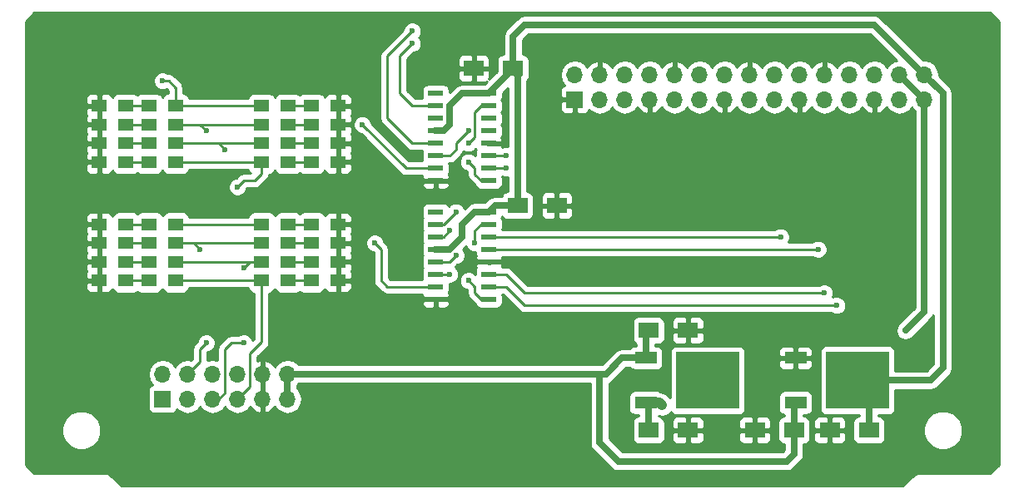
<source format=gbr>
G04 #@! TF.FileFunction,Copper,L1,Top,Signal*
%FSLAX46Y46*%
G04 Gerber Fmt 4.6, Leading zero omitted, Abs format (unit mm)*
G04 Created by KiCad (PCBNEW 4.0.7) date 09/14/18 18:18:36*
%MOMM*%
%LPD*%
G01*
G04 APERTURE LIST*
%ADD10C,0.100000*%
%ADD11R,2.000000X1.600000*%
%ADD12R,1.500000X1.300000*%
%ADD13R,1.700000X1.700000*%
%ADD14O,1.700000X1.700000*%
%ADD15R,1.500000X0.600000*%
%ADD16R,2.200000X1.200000*%
%ADD17R,6.400000X5.800000*%
%ADD18R,3.050000X2.750000*%
%ADD19C,0.600000*%
%ADD20C,0.700000*%
%ADD21C,1.000000*%
%ADD22C,0.250000*%
%ADD23C,0.254000*%
G04 APERTURE END LIST*
D10*
D11*
X148685000Y-151130000D03*
X144685000Y-151130000D03*
X133890000Y-140970000D03*
X137890000Y-140970000D03*
X133890000Y-151130000D03*
X137890000Y-151130000D03*
X156305000Y-151130000D03*
X152305000Y-151130000D03*
D12*
X83105000Y-118110000D03*
X85805000Y-118110000D03*
X83105000Y-120015000D03*
X85805000Y-120015000D03*
X83105000Y-121920000D03*
X85805000Y-121920000D03*
X83105000Y-123825000D03*
X85805000Y-123825000D03*
X83105000Y-130175000D03*
X85805000Y-130175000D03*
X83105000Y-132080000D03*
X85805000Y-132080000D03*
X83105000Y-133985000D03*
X85805000Y-133985000D03*
X83105000Y-135890000D03*
X85805000Y-135890000D03*
D13*
X84455000Y-147955000D03*
D14*
X84455000Y-145415000D03*
X86995000Y-147955000D03*
X86995000Y-145415000D03*
X89535000Y-147955000D03*
X89535000Y-145415000D03*
X92075000Y-147955000D03*
X92075000Y-145415000D03*
X94615000Y-147955000D03*
X94615000Y-145415000D03*
X97155000Y-147955000D03*
X97155000Y-145415000D03*
D15*
X112235000Y-116840000D03*
X112235000Y-118110000D03*
X112235000Y-119380000D03*
X112235000Y-120650000D03*
X112235000Y-121920000D03*
X112235000Y-123190000D03*
X112235000Y-124460000D03*
X112235000Y-125730000D03*
X117635000Y-125730000D03*
X117635000Y-124460000D03*
X117635000Y-123190000D03*
X117635000Y-121920000D03*
X117635000Y-120650000D03*
X117635000Y-119380000D03*
X117635000Y-118110000D03*
X117635000Y-116840000D03*
X112235000Y-128905000D03*
X112235000Y-130175000D03*
X112235000Y-131445000D03*
X112235000Y-132715000D03*
X112235000Y-133985000D03*
X112235000Y-135255000D03*
X112235000Y-136525000D03*
X112235000Y-137795000D03*
X117635000Y-137795000D03*
X117635000Y-136525000D03*
X117635000Y-135255000D03*
X117635000Y-133985000D03*
X117635000Y-132715000D03*
X117635000Y-131445000D03*
X117635000Y-130175000D03*
X117635000Y-128905000D03*
D13*
X126365000Y-117475000D03*
D14*
X126365000Y-114935000D03*
X128905000Y-117475000D03*
X128905000Y-114935000D03*
X131445000Y-117475000D03*
X131445000Y-114935000D03*
X133985000Y-117475000D03*
X133985000Y-114935000D03*
X136525000Y-117475000D03*
X136525000Y-114935000D03*
X139065000Y-117475000D03*
X139065000Y-114935000D03*
X141605000Y-117475000D03*
X141605000Y-114935000D03*
X144145000Y-117475000D03*
X144145000Y-114935000D03*
X146685000Y-117475000D03*
X146685000Y-114935000D03*
X149225000Y-117475000D03*
X149225000Y-114935000D03*
X151765000Y-117475000D03*
X151765000Y-114935000D03*
X154305000Y-117475000D03*
X154305000Y-114935000D03*
X156845000Y-117475000D03*
X156845000Y-114935000D03*
X159385000Y-117475000D03*
X159385000Y-114935000D03*
X161925000Y-117475000D03*
X161925000Y-114935000D03*
D12*
X78025000Y-118110000D03*
X80725000Y-118110000D03*
X78025000Y-120015000D03*
X80725000Y-120015000D03*
X78025000Y-121920000D03*
X80725000Y-121920000D03*
X78025000Y-123825000D03*
X80725000Y-123825000D03*
X78025000Y-130175000D03*
X80725000Y-130175000D03*
X78025000Y-132080000D03*
X80725000Y-132080000D03*
X78025000Y-133985000D03*
X80725000Y-133985000D03*
X78025000Y-135890000D03*
X80725000Y-135890000D03*
X94535000Y-118110000D03*
X97235000Y-118110000D03*
X99615000Y-118110000D03*
X102315000Y-118110000D03*
X94535000Y-130175000D03*
X97235000Y-130175000D03*
X99615000Y-130175000D03*
X102315000Y-130175000D03*
X94535000Y-120015000D03*
X97235000Y-120015000D03*
X99615000Y-120015000D03*
X102315000Y-120015000D03*
X94535000Y-132080000D03*
X97235000Y-132080000D03*
X99615000Y-132080000D03*
X102315000Y-132080000D03*
X94535000Y-121920000D03*
X97235000Y-121920000D03*
X99615000Y-121920000D03*
X102315000Y-121920000D03*
X94535000Y-133985000D03*
X97235000Y-133985000D03*
X99615000Y-133985000D03*
X102315000Y-133985000D03*
X94535000Y-123825000D03*
X97235000Y-123825000D03*
X99615000Y-123825000D03*
X102315000Y-123825000D03*
X94535000Y-135890000D03*
X97235000Y-135890000D03*
X99615000Y-135890000D03*
X102315000Y-135890000D03*
D16*
X133595000Y-143770000D03*
X133595000Y-148330000D03*
D17*
X139895000Y-146050000D03*
D18*
X141570000Y-147575000D03*
X138220000Y-144525000D03*
X141570000Y-144525000D03*
X138220000Y-147575000D03*
D16*
X148835000Y-143770000D03*
X148835000Y-148330000D03*
D17*
X155135000Y-146050000D03*
D18*
X156810000Y-147575000D03*
X153460000Y-144525000D03*
X156810000Y-144525000D03*
X153460000Y-147575000D03*
D11*
X120555000Y-128270000D03*
X124555000Y-128270000D03*
X120110000Y-114300000D03*
X116110000Y-114300000D03*
D19*
X78025000Y-123825000D03*
X78105000Y-121920000D03*
X78025000Y-120015000D03*
X78105000Y-118110000D03*
X78025000Y-135890000D03*
X78105000Y-133985000D03*
X78025000Y-132080000D03*
X78105000Y-130175000D03*
X127762000Y-136144000D03*
X124968000Y-136144000D03*
X122174000Y-136144000D03*
X119380000Y-117475000D03*
X119380000Y-121920000D03*
X160020000Y-140970000D03*
X135255000Y-148590000D03*
X84455000Y-115570000D03*
X88900000Y-142240000D03*
X88900000Y-120650000D03*
X90805000Y-122555000D03*
X92075000Y-126365000D03*
X85725000Y-130175000D03*
X88265000Y-132715000D03*
X92710000Y-142240000D03*
X92710000Y-134620000D03*
X112395000Y-116840000D03*
X99615000Y-118110000D03*
X109855000Y-111760000D03*
X112395000Y-119380000D03*
X109855000Y-110490000D03*
X115570000Y-120650000D03*
X104775000Y-120015000D03*
X99615000Y-120015000D03*
X99615000Y-123825000D03*
X115570000Y-123825000D03*
X119380000Y-124460000D03*
X119380000Y-123190000D03*
X99615000Y-121920000D03*
X115570000Y-121920000D03*
X112395000Y-128905000D03*
X99615000Y-130175000D03*
X114300000Y-128905000D03*
X113665000Y-130810000D03*
X114300000Y-133350000D03*
X113665000Y-135255000D03*
X106045000Y-132080000D03*
X99615000Y-132080000D03*
X99615000Y-135890000D03*
X115570000Y-135890000D03*
X153035000Y-138430000D03*
X151765000Y-137160000D03*
X151130000Y-132715000D03*
X147320000Y-131445000D03*
X116205000Y-132080000D03*
X99615000Y-133985000D03*
D20*
X128905000Y-145415000D02*
X128905000Y-152400000D01*
X148685000Y-153575000D02*
X148685000Y-151130000D01*
X147955000Y-154305000D02*
X148685000Y-153575000D01*
X130810000Y-154305000D02*
X147955000Y-154305000D01*
X128905000Y-152400000D02*
X130810000Y-154305000D01*
X97155000Y-145415000D02*
X128905000Y-145415000D01*
X128905000Y-145415000D02*
X129540000Y-145415000D01*
X131185000Y-143770000D02*
X133595000Y-143770000D01*
X129540000Y-145415000D02*
X131185000Y-143770000D01*
X97155000Y-147955000D02*
X97155000Y-145415000D01*
X148685000Y-151130000D02*
X148685000Y-148480000D01*
D21*
X148685000Y-148480000D02*
X148835000Y-148330000D01*
D20*
X133595000Y-143770000D02*
X133595000Y-141265000D01*
D21*
X133595000Y-141265000D02*
X133890000Y-140970000D01*
D22*
X78025000Y-121840000D02*
X78105000Y-121920000D01*
X78025000Y-121840000D02*
X78025000Y-120015000D01*
X78105000Y-118110000D02*
X78025000Y-118110000D01*
X78025000Y-133905000D02*
X78105000Y-133985000D01*
X78025000Y-133905000D02*
X78025000Y-132080000D01*
X78105000Y-130175000D02*
X78025000Y-130175000D01*
X117635000Y-133985000D02*
X120015000Y-133985000D01*
X124968000Y-136144000D02*
X127762000Y-136144000D01*
X120015000Y-133985000D02*
X122174000Y-136144000D01*
X119380000Y-117475000D02*
X119380000Y-121920000D01*
X119380000Y-121920000D02*
X117635000Y-121920000D01*
D20*
X159385000Y-114935000D02*
X161925000Y-117475000D01*
X161925000Y-117475000D02*
X161925000Y-139065000D01*
X161925000Y-139065000D02*
X160020000Y-140970000D01*
D21*
X134995000Y-148330000D02*
X135255000Y-148590000D01*
X133595000Y-148330000D02*
X134995000Y-148330000D01*
D20*
X133890000Y-151130000D02*
X133890000Y-148625000D01*
X117635000Y-128905000D02*
X116205000Y-128905000D01*
X113665000Y-132715000D02*
X112235000Y-132715000D01*
X114935000Y-131445000D02*
X113665000Y-132715000D01*
X114935000Y-130175000D02*
X114935000Y-131445000D01*
X116205000Y-128905000D02*
X114935000Y-130175000D01*
X117635000Y-116840000D02*
X114935000Y-116840000D01*
X113030000Y-120650000D02*
X112235000Y-120650000D01*
X113665000Y-120015000D02*
X113030000Y-120650000D01*
X113665000Y-118110000D02*
X113665000Y-120015000D01*
X114935000Y-116840000D02*
X113665000Y-118110000D01*
X161925000Y-114935000D02*
X163830000Y-116840000D01*
X163830000Y-116840000D02*
X163830000Y-144780000D01*
X161925000Y-114935000D02*
X156845000Y-109855000D01*
X120555000Y-128270000D02*
X120555000Y-114745000D01*
D21*
X120555000Y-114745000D02*
X120110000Y-114300000D01*
D20*
X120110000Y-114300000D02*
X120110000Y-111030000D01*
X121285000Y-109855000D02*
X156845000Y-109855000D01*
X120110000Y-111030000D02*
X121285000Y-109855000D01*
X155135000Y-146050000D02*
X162560000Y-146050000D01*
X162560000Y-146050000D02*
X163830000Y-144780000D01*
D21*
X155135000Y-146050000D02*
X155135000Y-144585000D01*
X155135000Y-146050000D02*
X155575000Y-146050000D01*
X155135000Y-146050000D02*
X156210000Y-146050000D01*
X120110000Y-114300000D02*
X120110000Y-114365000D01*
D20*
X120110000Y-114365000D02*
X117635000Y-116840000D01*
D21*
X120555000Y-114745000D02*
X120110000Y-114300000D01*
D20*
X120555000Y-128270000D02*
X118270000Y-128270000D01*
X118270000Y-128270000D02*
X117635000Y-128905000D01*
X156305000Y-151130000D02*
X156305000Y-147220000D01*
D21*
X156305000Y-147220000D02*
X155135000Y-146050000D01*
D22*
X80725000Y-118110000D02*
X83105000Y-118110000D01*
X83105000Y-120015000D02*
X80725000Y-120015000D01*
X80725000Y-121920000D02*
X83105000Y-121920000D01*
X83105000Y-123825000D02*
X80725000Y-123825000D01*
X80725000Y-130175000D02*
X83105000Y-130175000D01*
X83105000Y-132080000D02*
X80725000Y-132080000D01*
X83105000Y-133985000D02*
X80725000Y-133985000D01*
X80725000Y-135890000D02*
X83105000Y-135890000D01*
X85805000Y-118110000D02*
X85805000Y-116285000D01*
X85090000Y-115570000D02*
X84455000Y-115570000D01*
X85805000Y-116285000D02*
X85090000Y-115570000D01*
X85805000Y-118110000D02*
X94535000Y-118110000D01*
X85805000Y-120015000D02*
X88265000Y-120015000D01*
X88265000Y-144145000D02*
X86995000Y-145415000D01*
X88265000Y-142875000D02*
X88265000Y-144145000D01*
X88900000Y-142240000D02*
X88265000Y-142875000D01*
X88265000Y-120015000D02*
X88900000Y-120650000D01*
X94535000Y-120015000D02*
X85805000Y-120015000D01*
X90805000Y-122555000D02*
X90170000Y-121920000D01*
X85805000Y-121920000D02*
X90170000Y-121920000D01*
X90170000Y-121920000D02*
X94535000Y-121920000D01*
X94535000Y-123825000D02*
X94535000Y-125015000D01*
X92710000Y-125730000D02*
X92075000Y-126365000D01*
X93820000Y-125730000D02*
X92710000Y-125730000D01*
X94535000Y-125015000D02*
X93820000Y-125730000D01*
X94535000Y-123825000D02*
X85805000Y-123825000D01*
X85725000Y-130175000D02*
X85805000Y-130175000D01*
X94615000Y-130095000D02*
X94535000Y-130175000D01*
X85805000Y-130175000D02*
X94535000Y-130175000D01*
X87630000Y-132080000D02*
X88265000Y-132715000D01*
X94535000Y-132080000D02*
X87630000Y-132080000D01*
X87630000Y-132080000D02*
X85805000Y-132080000D01*
X93345000Y-133985000D02*
X92710000Y-134620000D01*
X90805000Y-147320000D02*
X90170000Y-147955000D01*
X90805000Y-142875000D02*
X90805000Y-147320000D01*
X91440000Y-142240000D02*
X90805000Y-142875000D01*
X92710000Y-142240000D02*
X91440000Y-142240000D01*
X90170000Y-147955000D02*
X89535000Y-147955000D01*
X85805000Y-133985000D02*
X92075000Y-133985000D01*
X92075000Y-133985000D02*
X93345000Y-133985000D01*
X93345000Y-133985000D02*
X94535000Y-133985000D01*
X94535000Y-135890000D02*
X94535000Y-142160000D01*
X93345000Y-146685000D02*
X92075000Y-147955000D01*
X93345000Y-143350000D02*
X93345000Y-146685000D01*
X94535000Y-142160000D02*
X93345000Y-143350000D01*
X94535000Y-135890000D02*
X85805000Y-135890000D01*
X112395000Y-116840000D02*
X112235000Y-116840000D01*
X97235000Y-118110000D02*
X99615000Y-118110000D01*
X112235000Y-118110000D02*
X109855000Y-118110000D01*
X109855000Y-118110000D02*
X108585000Y-116840000D01*
X108585000Y-116840000D02*
X108585000Y-113030000D01*
X108585000Y-113030000D02*
X109855000Y-111760000D01*
X112395000Y-119380000D02*
X112235000Y-119380000D01*
X112235000Y-121920000D02*
X109855000Y-121920000D01*
X107315000Y-113030000D02*
X109855000Y-110490000D01*
X107315000Y-119380000D02*
X107315000Y-113030000D01*
X108585000Y-120650000D02*
X107315000Y-119380000D01*
X109855000Y-121920000D02*
X108585000Y-120650000D01*
X114300000Y-122555000D02*
X114300000Y-121920000D01*
X114300000Y-121920000D02*
X115570000Y-120650000D01*
X113665000Y-123190000D02*
X114300000Y-122555000D01*
X112235000Y-123190000D02*
X113665000Y-123190000D01*
X109220000Y-124460000D02*
X112235000Y-124460000D01*
X104775000Y-120015000D02*
X109220000Y-124460000D01*
X97235000Y-120015000D02*
X99615000Y-120015000D01*
X97235000Y-123825000D02*
X99615000Y-123825000D01*
X116840000Y-125730000D02*
X117635000Y-125730000D01*
X116205000Y-125095000D02*
X116840000Y-125730000D01*
X116205000Y-124460000D02*
X116205000Y-125095000D01*
X115570000Y-123825000D02*
X116205000Y-124460000D01*
X117635000Y-124460000D02*
X119380000Y-124460000D01*
X117635000Y-123190000D02*
X119380000Y-123190000D01*
X97235000Y-121920000D02*
X99615000Y-121920000D01*
X116840000Y-118110000D02*
X117635000Y-118110000D01*
X116205000Y-118745000D02*
X116840000Y-118110000D01*
X116205000Y-121285000D02*
X116205000Y-118745000D01*
X115570000Y-121920000D02*
X116205000Y-121285000D01*
X112395000Y-128905000D02*
X112235000Y-128905000D01*
X97235000Y-130175000D02*
X99615000Y-130175000D01*
X112235000Y-130175000D02*
X113030000Y-130175000D01*
X113030000Y-130175000D02*
X114300000Y-128905000D01*
X112235000Y-131445000D02*
X113030000Y-131445000D01*
X113030000Y-131445000D02*
X113665000Y-130810000D01*
X112235000Y-133985000D02*
X113665000Y-133985000D01*
X113665000Y-133985000D02*
X114300000Y-133350000D01*
X112235000Y-135255000D02*
X113665000Y-135255000D01*
X107315000Y-136525000D02*
X112235000Y-136525000D01*
X106680000Y-135890000D02*
X107315000Y-136525000D01*
X106680000Y-134620000D02*
X106680000Y-135890000D01*
X106680000Y-132715000D02*
X106680000Y-134620000D01*
X106045000Y-132080000D02*
X106680000Y-132715000D01*
X97235000Y-132080000D02*
X99615000Y-132080000D01*
X97235000Y-135890000D02*
X99615000Y-135890000D01*
X116840000Y-137795000D02*
X117635000Y-137795000D01*
X116205000Y-137160000D02*
X116840000Y-137795000D01*
X116205000Y-136525000D02*
X116205000Y-137160000D01*
X115570000Y-135890000D02*
X116205000Y-136525000D01*
X117635000Y-136525000D02*
X119380000Y-136525000D01*
X121285000Y-138430000D02*
X153035000Y-138430000D01*
X119380000Y-136525000D02*
X121285000Y-138430000D01*
X117635000Y-135255000D02*
X119380000Y-135255000D01*
X121285000Y-137160000D02*
X151765000Y-137160000D01*
X119380000Y-135255000D02*
X121285000Y-137160000D01*
X151130000Y-132715000D02*
X150495000Y-132715000D01*
X117635000Y-132715000D02*
X150495000Y-132715000D01*
X117635000Y-131445000D02*
X147320000Y-131445000D01*
X116840000Y-130175000D02*
X116205000Y-130810000D01*
X116205000Y-130810000D02*
X116205000Y-132080000D01*
X97235000Y-133985000D02*
X99615000Y-133985000D01*
X116840000Y-130175000D02*
X117635000Y-130175000D01*
D23*
G36*
X169495000Y-109503736D02*
X169495000Y-154656264D01*
X168626264Y-155525000D01*
X161290000Y-155525000D01*
X161027862Y-155577143D01*
X160805632Y-155725632D01*
X159736264Y-156795000D01*
X80293736Y-156795000D01*
X79224368Y-155725632D01*
X79002138Y-155577143D01*
X78740000Y-155525000D01*
X71403736Y-155525000D01*
X70535000Y-154656264D01*
X70535000Y-151523109D01*
X74214657Y-151523109D01*
X74516218Y-152252943D01*
X75074120Y-152811819D01*
X75803427Y-153114654D01*
X76593109Y-153115343D01*
X77322943Y-152813782D01*
X77881819Y-152255880D01*
X78184654Y-151526573D01*
X78185343Y-150736891D01*
X77883782Y-150007057D01*
X77325880Y-149448181D01*
X76596573Y-149145346D01*
X75806891Y-149144657D01*
X75077057Y-149446218D01*
X74518181Y-150004120D01*
X74215346Y-150733427D01*
X74214657Y-151523109D01*
X70535000Y-151523109D01*
X70535000Y-136175750D01*
X76640000Y-136175750D01*
X76640000Y-136666310D01*
X76736673Y-136899699D01*
X76915302Y-137078327D01*
X77148691Y-137175000D01*
X77739250Y-137175000D01*
X77898000Y-137016250D01*
X77898000Y-136017000D01*
X76798750Y-136017000D01*
X76640000Y-136175750D01*
X70535000Y-136175750D01*
X70535000Y-134270750D01*
X76640000Y-134270750D01*
X76640000Y-134761310D01*
X76712980Y-134937500D01*
X76640000Y-135113690D01*
X76640000Y-135604250D01*
X76798750Y-135763000D01*
X77898000Y-135763000D01*
X77898000Y-134112000D01*
X76798750Y-134112000D01*
X76640000Y-134270750D01*
X70535000Y-134270750D01*
X70535000Y-132365750D01*
X76640000Y-132365750D01*
X76640000Y-132856310D01*
X76712980Y-133032500D01*
X76640000Y-133208690D01*
X76640000Y-133699250D01*
X76798750Y-133858000D01*
X77898000Y-133858000D01*
X77898000Y-132207000D01*
X76798750Y-132207000D01*
X76640000Y-132365750D01*
X70535000Y-132365750D01*
X70535000Y-130460750D01*
X76640000Y-130460750D01*
X76640000Y-130951310D01*
X76712980Y-131127500D01*
X76640000Y-131303690D01*
X76640000Y-131794250D01*
X76798750Y-131953000D01*
X77898000Y-131953000D01*
X77898000Y-130302000D01*
X76798750Y-130302000D01*
X76640000Y-130460750D01*
X70535000Y-130460750D01*
X70535000Y-129398690D01*
X76640000Y-129398690D01*
X76640000Y-129889250D01*
X76798750Y-130048000D01*
X77898000Y-130048000D01*
X77898000Y-129048750D01*
X78152000Y-129048750D01*
X78152000Y-130048000D01*
X78172000Y-130048000D01*
X78172000Y-130302000D01*
X78152000Y-130302000D01*
X78152000Y-131953000D01*
X78172000Y-131953000D01*
X78172000Y-132207000D01*
X78152000Y-132207000D01*
X78152000Y-133858000D01*
X78172000Y-133858000D01*
X78172000Y-134112000D01*
X78152000Y-134112000D01*
X78152000Y-135763000D01*
X78172000Y-135763000D01*
X78172000Y-136017000D01*
X78152000Y-136017000D01*
X78152000Y-137016250D01*
X78310750Y-137175000D01*
X78901309Y-137175000D01*
X79134698Y-137078327D01*
X79313327Y-136899699D01*
X79369654Y-136763713D01*
X79371838Y-136775317D01*
X79510910Y-136991441D01*
X79723110Y-137136431D01*
X79975000Y-137187440D01*
X81475000Y-137187440D01*
X81710317Y-137143162D01*
X81917677Y-137009730D01*
X82103110Y-137136431D01*
X82355000Y-137187440D01*
X83855000Y-137187440D01*
X84090317Y-137143162D01*
X84306441Y-137004090D01*
X84451431Y-136791890D01*
X84454081Y-136778803D01*
X84590910Y-136991441D01*
X84803110Y-137136431D01*
X85055000Y-137187440D01*
X86555000Y-137187440D01*
X86790317Y-137143162D01*
X87006441Y-137004090D01*
X87151431Y-136791890D01*
X87180164Y-136650000D01*
X93158258Y-136650000D01*
X93181838Y-136775317D01*
X93320910Y-136991441D01*
X93533110Y-137136431D01*
X93775000Y-137185415D01*
X93775000Y-141845198D01*
X93621831Y-141998367D01*
X93503117Y-141711057D01*
X93240327Y-141447808D01*
X92896799Y-141305162D01*
X92524833Y-141304838D01*
X92181057Y-141446883D01*
X92147882Y-141480000D01*
X91440000Y-141480000D01*
X91149161Y-141537852D01*
X90902599Y-141702599D01*
X90267599Y-142337599D01*
X90102852Y-142584161D01*
X90045000Y-142875000D01*
X90045000Y-144002352D01*
X89535000Y-143900907D01*
X89025000Y-144002352D01*
X89025000Y-143189802D01*
X89039680Y-143175122D01*
X89085167Y-143175162D01*
X89428943Y-143033117D01*
X89692192Y-142770327D01*
X89834838Y-142426799D01*
X89835162Y-142054833D01*
X89693117Y-141711057D01*
X89430327Y-141447808D01*
X89086799Y-141305162D01*
X88714833Y-141304838D01*
X88371057Y-141446883D01*
X88107808Y-141709673D01*
X87965162Y-142053201D01*
X87965121Y-142100077D01*
X87727599Y-142337599D01*
X87562852Y-142584161D01*
X87505000Y-142875000D01*
X87505000Y-143830198D01*
X87361408Y-143973790D01*
X86995000Y-143900907D01*
X86426715Y-144013946D01*
X85944946Y-144335853D01*
X85725000Y-144665026D01*
X85505054Y-144335853D01*
X85023285Y-144013946D01*
X84455000Y-143900907D01*
X83886715Y-144013946D01*
X83404946Y-144335853D01*
X83083039Y-144817622D01*
X82970000Y-145385907D01*
X82970000Y-145444093D01*
X83083039Y-146012378D01*
X83404946Y-146494147D01*
X83406179Y-146494971D01*
X83369683Y-146501838D01*
X83153559Y-146640910D01*
X83008569Y-146853110D01*
X82957560Y-147105000D01*
X82957560Y-148805000D01*
X83001838Y-149040317D01*
X83140910Y-149256441D01*
X83353110Y-149401431D01*
X83605000Y-149452440D01*
X85305000Y-149452440D01*
X85540317Y-149408162D01*
X85756441Y-149269090D01*
X85901431Y-149056890D01*
X85915086Y-148989459D01*
X85944946Y-149034147D01*
X86426715Y-149356054D01*
X86995000Y-149469093D01*
X87563285Y-149356054D01*
X88045054Y-149034147D01*
X88265000Y-148704974D01*
X88484946Y-149034147D01*
X88966715Y-149356054D01*
X89535000Y-149469093D01*
X90103285Y-149356054D01*
X90585054Y-149034147D01*
X90805000Y-148704974D01*
X91024946Y-149034147D01*
X91506715Y-149356054D01*
X92075000Y-149469093D01*
X92643285Y-149356054D01*
X93125054Y-149034147D01*
X93352702Y-148693447D01*
X93419817Y-148836358D01*
X93848076Y-149226645D01*
X94258110Y-149396476D01*
X94488000Y-149275155D01*
X94488000Y-148082000D01*
X94468000Y-148082000D01*
X94468000Y-147828000D01*
X94488000Y-147828000D01*
X94488000Y-145542000D01*
X94468000Y-145542000D01*
X94468000Y-145288000D01*
X94488000Y-145288000D01*
X94488000Y-144094845D01*
X94742000Y-144094845D01*
X94742000Y-145288000D01*
X94762000Y-145288000D01*
X94762000Y-145542000D01*
X94742000Y-145542000D01*
X94742000Y-147828000D01*
X94762000Y-147828000D01*
X94762000Y-148082000D01*
X94742000Y-148082000D01*
X94742000Y-149275155D01*
X94971890Y-149396476D01*
X95381924Y-149226645D01*
X95810183Y-148836358D01*
X95877298Y-148693447D01*
X96104946Y-149034147D01*
X96586715Y-149356054D01*
X97155000Y-149469093D01*
X97723285Y-149356054D01*
X98205054Y-149034147D01*
X98526961Y-148552378D01*
X98640000Y-147984093D01*
X98640000Y-147925907D01*
X98526961Y-147357622D01*
X98205054Y-146875853D01*
X98140000Y-146832385D01*
X98140000Y-146537615D01*
X98205054Y-146494147D01*
X98267961Y-146400000D01*
X127920000Y-146400000D01*
X127920000Y-152400000D01*
X127994979Y-152776943D01*
X128208500Y-153096500D01*
X130113500Y-155001500D01*
X130433057Y-155215021D01*
X130810000Y-155290000D01*
X147955000Y-155290000D01*
X148331943Y-155215021D01*
X148651500Y-155001500D01*
X149381500Y-154271500D01*
X149595021Y-153951943D01*
X149670000Y-153575000D01*
X149670000Y-152577440D01*
X149685000Y-152577440D01*
X149920317Y-152533162D01*
X150136441Y-152394090D01*
X150281431Y-152181890D01*
X150332440Y-151930000D01*
X150332440Y-151415750D01*
X150670000Y-151415750D01*
X150670000Y-152056310D01*
X150766673Y-152289699D01*
X150945302Y-152468327D01*
X151178691Y-152565000D01*
X152019250Y-152565000D01*
X152178000Y-152406250D01*
X152178000Y-151257000D01*
X152432000Y-151257000D01*
X152432000Y-152406250D01*
X152590750Y-152565000D01*
X153431309Y-152565000D01*
X153664698Y-152468327D01*
X153843327Y-152289699D01*
X153940000Y-152056310D01*
X153940000Y-151415750D01*
X153781250Y-151257000D01*
X152432000Y-151257000D01*
X152178000Y-151257000D01*
X150828750Y-151257000D01*
X150670000Y-151415750D01*
X150332440Y-151415750D01*
X150332440Y-150330000D01*
X150308674Y-150203690D01*
X150670000Y-150203690D01*
X150670000Y-150844250D01*
X150828750Y-151003000D01*
X152178000Y-151003000D01*
X152178000Y-149853750D01*
X152432000Y-149853750D01*
X152432000Y-151003000D01*
X153781250Y-151003000D01*
X153940000Y-150844250D01*
X153940000Y-150203690D01*
X153843327Y-149970301D01*
X153664698Y-149791673D01*
X153431309Y-149695000D01*
X152590750Y-149695000D01*
X152432000Y-149853750D01*
X152178000Y-149853750D01*
X152019250Y-149695000D01*
X151178691Y-149695000D01*
X150945302Y-149791673D01*
X150766673Y-149970301D01*
X150670000Y-150203690D01*
X150308674Y-150203690D01*
X150288162Y-150094683D01*
X150149090Y-149878559D01*
X149936890Y-149733569D01*
X149685000Y-149682560D01*
X149670000Y-149682560D01*
X149670000Y-149577440D01*
X149935000Y-149577440D01*
X150170317Y-149533162D01*
X150386441Y-149394090D01*
X150531431Y-149181890D01*
X150582440Y-148930000D01*
X150582440Y-147730000D01*
X150538162Y-147494683D01*
X150399090Y-147278559D01*
X150186890Y-147133569D01*
X149935000Y-147082560D01*
X147735000Y-147082560D01*
X147499683Y-147126838D01*
X147283559Y-147265910D01*
X147138569Y-147478110D01*
X147087560Y-147730000D01*
X147087560Y-148930000D01*
X147131838Y-149165317D01*
X147270910Y-149381441D01*
X147483110Y-149526431D01*
X147700000Y-149570352D01*
X147700000Y-149682560D01*
X147685000Y-149682560D01*
X147449683Y-149726838D01*
X147233559Y-149865910D01*
X147088569Y-150078110D01*
X147037560Y-150330000D01*
X147037560Y-151930000D01*
X147081838Y-152165317D01*
X147220910Y-152381441D01*
X147433110Y-152526431D01*
X147685000Y-152577440D01*
X147700000Y-152577440D01*
X147700000Y-153167000D01*
X147547000Y-153320000D01*
X131218000Y-153320000D01*
X129890000Y-151992000D01*
X129890000Y-147730000D01*
X131847560Y-147730000D01*
X131847560Y-148930000D01*
X131891838Y-149165317D01*
X132030910Y-149381441D01*
X132243110Y-149526431D01*
X132495000Y-149577440D01*
X132905000Y-149577440D01*
X132905000Y-149682560D01*
X132890000Y-149682560D01*
X132654683Y-149726838D01*
X132438559Y-149865910D01*
X132293569Y-150078110D01*
X132242560Y-150330000D01*
X132242560Y-151930000D01*
X132286838Y-152165317D01*
X132425910Y-152381441D01*
X132638110Y-152526431D01*
X132890000Y-152577440D01*
X134890000Y-152577440D01*
X135125317Y-152533162D01*
X135341441Y-152394090D01*
X135486431Y-152181890D01*
X135537440Y-151930000D01*
X135537440Y-151415750D01*
X136255000Y-151415750D01*
X136255000Y-152056310D01*
X136351673Y-152289699D01*
X136530302Y-152468327D01*
X136763691Y-152565000D01*
X137604250Y-152565000D01*
X137763000Y-152406250D01*
X137763000Y-151257000D01*
X138017000Y-151257000D01*
X138017000Y-152406250D01*
X138175750Y-152565000D01*
X139016309Y-152565000D01*
X139249698Y-152468327D01*
X139428327Y-152289699D01*
X139525000Y-152056310D01*
X139525000Y-151415750D01*
X143050000Y-151415750D01*
X143050000Y-152056310D01*
X143146673Y-152289699D01*
X143325302Y-152468327D01*
X143558691Y-152565000D01*
X144399250Y-152565000D01*
X144558000Y-152406250D01*
X144558000Y-151257000D01*
X144812000Y-151257000D01*
X144812000Y-152406250D01*
X144970750Y-152565000D01*
X145811309Y-152565000D01*
X146044698Y-152468327D01*
X146223327Y-152289699D01*
X146320000Y-152056310D01*
X146320000Y-151415750D01*
X146161250Y-151257000D01*
X144812000Y-151257000D01*
X144558000Y-151257000D01*
X143208750Y-151257000D01*
X143050000Y-151415750D01*
X139525000Y-151415750D01*
X139366250Y-151257000D01*
X138017000Y-151257000D01*
X137763000Y-151257000D01*
X136413750Y-151257000D01*
X136255000Y-151415750D01*
X135537440Y-151415750D01*
X135537440Y-150330000D01*
X135513674Y-150203690D01*
X136255000Y-150203690D01*
X136255000Y-150844250D01*
X136413750Y-151003000D01*
X137763000Y-151003000D01*
X137763000Y-149853750D01*
X138017000Y-149853750D01*
X138017000Y-151003000D01*
X139366250Y-151003000D01*
X139525000Y-150844250D01*
X139525000Y-150203690D01*
X143050000Y-150203690D01*
X143050000Y-150844250D01*
X143208750Y-151003000D01*
X144558000Y-151003000D01*
X144558000Y-149853750D01*
X144812000Y-149853750D01*
X144812000Y-151003000D01*
X146161250Y-151003000D01*
X146320000Y-150844250D01*
X146320000Y-150203690D01*
X146223327Y-149970301D01*
X146044698Y-149791673D01*
X145811309Y-149695000D01*
X144970750Y-149695000D01*
X144812000Y-149853750D01*
X144558000Y-149853750D01*
X144399250Y-149695000D01*
X143558691Y-149695000D01*
X143325302Y-149791673D01*
X143146673Y-149970301D01*
X143050000Y-150203690D01*
X139525000Y-150203690D01*
X139428327Y-149970301D01*
X139249698Y-149791673D01*
X139016309Y-149695000D01*
X138175750Y-149695000D01*
X138017000Y-149853750D01*
X137763000Y-149853750D01*
X137604250Y-149695000D01*
X136763691Y-149695000D01*
X136530302Y-149791673D01*
X136351673Y-149970301D01*
X136255000Y-150203690D01*
X135513674Y-150203690D01*
X135493162Y-150094683D01*
X135354090Y-149878559D01*
X135141890Y-149733569D01*
X134890000Y-149682560D01*
X134875000Y-149682560D01*
X134875000Y-149649414D01*
X135255000Y-149725000D01*
X135689346Y-149638604D01*
X136057567Y-149392567D01*
X136139936Y-149269293D01*
X136156673Y-149309699D01*
X136335302Y-149488327D01*
X136568691Y-149585000D01*
X139871309Y-149585000D01*
X139895000Y-149575187D01*
X139918691Y-149585000D01*
X143221309Y-149585000D01*
X143454698Y-149488327D01*
X143633327Y-149309699D01*
X143730000Y-149076310D01*
X143730000Y-146073690D01*
X143720187Y-146050000D01*
X143730000Y-146026310D01*
X143730000Y-144055750D01*
X147100000Y-144055750D01*
X147100000Y-144496310D01*
X147196673Y-144729699D01*
X147375302Y-144908327D01*
X147608691Y-145005000D01*
X148549250Y-145005000D01*
X148708000Y-144846250D01*
X148708000Y-143897000D01*
X148962000Y-143897000D01*
X148962000Y-144846250D01*
X149120750Y-145005000D01*
X150061309Y-145005000D01*
X150294698Y-144908327D01*
X150473327Y-144729699D01*
X150570000Y-144496310D01*
X150570000Y-144055750D01*
X150411250Y-143897000D01*
X148962000Y-143897000D01*
X148708000Y-143897000D01*
X147258750Y-143897000D01*
X147100000Y-144055750D01*
X143730000Y-144055750D01*
X143730000Y-143043690D01*
X147100000Y-143043690D01*
X147100000Y-143484250D01*
X147258750Y-143643000D01*
X148708000Y-143643000D01*
X148708000Y-142693750D01*
X148962000Y-142693750D01*
X148962000Y-143643000D01*
X150411250Y-143643000D01*
X150570000Y-143484250D01*
X150570000Y-143043690D01*
X150473327Y-142810301D01*
X150294698Y-142631673D01*
X150061309Y-142535000D01*
X149120750Y-142535000D01*
X148962000Y-142693750D01*
X148708000Y-142693750D01*
X148549250Y-142535000D01*
X147608691Y-142535000D01*
X147375302Y-142631673D01*
X147196673Y-142810301D01*
X147100000Y-143043690D01*
X143730000Y-143043690D01*
X143730000Y-143023690D01*
X143633327Y-142790301D01*
X143454698Y-142611673D01*
X143221309Y-142515000D01*
X139918691Y-142515000D01*
X139895000Y-142524813D01*
X139871309Y-142515000D01*
X136568691Y-142515000D01*
X136335302Y-142611673D01*
X136156673Y-142790301D01*
X136060000Y-143023690D01*
X136060000Y-146026310D01*
X136069813Y-146050000D01*
X136060000Y-146073690D01*
X136060000Y-147791075D01*
X136057567Y-147787434D01*
X135797566Y-147527434D01*
X135723747Y-147478110D01*
X135429346Y-147281397D01*
X135053962Y-147206728D01*
X134946890Y-147133569D01*
X134695000Y-147082560D01*
X132495000Y-147082560D01*
X132259683Y-147126838D01*
X132043559Y-147265910D01*
X131898569Y-147478110D01*
X131847560Y-147730000D01*
X129890000Y-147730000D01*
X129890000Y-146330380D01*
X129916943Y-146325021D01*
X130236500Y-146111500D01*
X131593000Y-144755000D01*
X131988156Y-144755000D01*
X132030910Y-144821441D01*
X132243110Y-144966431D01*
X132495000Y-145017440D01*
X134695000Y-145017440D01*
X134930317Y-144973162D01*
X135146441Y-144834090D01*
X135291431Y-144621890D01*
X135342440Y-144370000D01*
X135342440Y-143170000D01*
X135298162Y-142934683D01*
X135159090Y-142718559D01*
X134946890Y-142573569D01*
X134695000Y-142522560D01*
X134580000Y-142522560D01*
X134580000Y-142417440D01*
X134890000Y-142417440D01*
X135125317Y-142373162D01*
X135341441Y-142234090D01*
X135486431Y-142021890D01*
X135537440Y-141770000D01*
X135537440Y-141255750D01*
X136255000Y-141255750D01*
X136255000Y-141896310D01*
X136351673Y-142129699D01*
X136530302Y-142308327D01*
X136763691Y-142405000D01*
X137604250Y-142405000D01*
X137763000Y-142246250D01*
X137763000Y-141097000D01*
X138017000Y-141097000D01*
X138017000Y-142246250D01*
X138175750Y-142405000D01*
X139016309Y-142405000D01*
X139249698Y-142308327D01*
X139428327Y-142129699D01*
X139525000Y-141896310D01*
X139525000Y-141255750D01*
X139366250Y-141097000D01*
X138017000Y-141097000D01*
X137763000Y-141097000D01*
X136413750Y-141097000D01*
X136255000Y-141255750D01*
X135537440Y-141255750D01*
X135537440Y-140170000D01*
X135513674Y-140043690D01*
X136255000Y-140043690D01*
X136255000Y-140684250D01*
X136413750Y-140843000D01*
X137763000Y-140843000D01*
X137763000Y-139693750D01*
X138017000Y-139693750D01*
X138017000Y-140843000D01*
X139366250Y-140843000D01*
X139525000Y-140684250D01*
X139525000Y-140043690D01*
X139428327Y-139810301D01*
X139249698Y-139631673D01*
X139016309Y-139535000D01*
X138175750Y-139535000D01*
X138017000Y-139693750D01*
X137763000Y-139693750D01*
X137604250Y-139535000D01*
X136763691Y-139535000D01*
X136530302Y-139631673D01*
X136351673Y-139810301D01*
X136255000Y-140043690D01*
X135513674Y-140043690D01*
X135493162Y-139934683D01*
X135354090Y-139718559D01*
X135141890Y-139573569D01*
X134890000Y-139522560D01*
X132890000Y-139522560D01*
X132654683Y-139566838D01*
X132438559Y-139705910D01*
X132293569Y-139918110D01*
X132242560Y-140170000D01*
X132242560Y-141770000D01*
X132286838Y-142005317D01*
X132425910Y-142221441D01*
X132610000Y-142347224D01*
X132610000Y-142522560D01*
X132495000Y-142522560D01*
X132259683Y-142566838D01*
X132043559Y-142705910D01*
X131989519Y-142785000D01*
X131185000Y-142785000D01*
X130808057Y-142859979D01*
X130488500Y-143073500D01*
X129132000Y-144430000D01*
X98267961Y-144430000D01*
X98205054Y-144335853D01*
X97723285Y-144013946D01*
X97155000Y-143900907D01*
X96586715Y-144013946D01*
X96104946Y-144335853D01*
X95877298Y-144676553D01*
X95810183Y-144533642D01*
X95381924Y-144143355D01*
X94971890Y-143973524D01*
X94742000Y-144094845D01*
X94488000Y-144094845D01*
X94258110Y-143973524D01*
X94105000Y-144036940D01*
X94105000Y-143664802D01*
X95072401Y-142697401D01*
X95237148Y-142450839D01*
X95295000Y-142160000D01*
X95295000Y-138080750D01*
X110850000Y-138080750D01*
X110850000Y-138221310D01*
X110946673Y-138454699D01*
X111125302Y-138633327D01*
X111358691Y-138730000D01*
X111949250Y-138730000D01*
X112108000Y-138571250D01*
X112108000Y-137922000D01*
X112362000Y-137922000D01*
X112362000Y-138571250D01*
X112520750Y-138730000D01*
X113111309Y-138730000D01*
X113344698Y-138633327D01*
X113523327Y-138454699D01*
X113620000Y-138221310D01*
X113620000Y-138080750D01*
X113461250Y-137922000D01*
X112362000Y-137922000D01*
X112108000Y-137922000D01*
X111008750Y-137922000D01*
X110850000Y-138080750D01*
X95295000Y-138080750D01*
X95295000Y-137185558D01*
X95520317Y-137143162D01*
X95736441Y-137004090D01*
X95881431Y-136791890D01*
X95884081Y-136778803D01*
X96020910Y-136991441D01*
X96233110Y-137136431D01*
X96485000Y-137187440D01*
X97985000Y-137187440D01*
X98220317Y-137143162D01*
X98427677Y-137009730D01*
X98613110Y-137136431D01*
X98865000Y-137187440D01*
X100365000Y-137187440D01*
X100600317Y-137143162D01*
X100816441Y-137004090D01*
X100961431Y-136791890D01*
X100968191Y-136758510D01*
X101026673Y-136899699D01*
X101205302Y-137078327D01*
X101438691Y-137175000D01*
X102029250Y-137175000D01*
X102188000Y-137016250D01*
X102188000Y-136017000D01*
X102442000Y-136017000D01*
X102442000Y-137016250D01*
X102600750Y-137175000D01*
X103191309Y-137175000D01*
X103424698Y-137078327D01*
X103603327Y-136899699D01*
X103700000Y-136666310D01*
X103700000Y-136175750D01*
X103541250Y-136017000D01*
X102442000Y-136017000D01*
X102188000Y-136017000D01*
X102168000Y-136017000D01*
X102168000Y-135763000D01*
X102188000Y-135763000D01*
X102188000Y-134112000D01*
X102442000Y-134112000D01*
X102442000Y-135763000D01*
X103541250Y-135763000D01*
X103700000Y-135604250D01*
X103700000Y-135113690D01*
X103627020Y-134937500D01*
X103700000Y-134761310D01*
X103700000Y-134270750D01*
X103541250Y-134112000D01*
X102442000Y-134112000D01*
X102188000Y-134112000D01*
X102168000Y-134112000D01*
X102168000Y-133858000D01*
X102188000Y-133858000D01*
X102188000Y-132207000D01*
X102442000Y-132207000D01*
X102442000Y-133858000D01*
X103541250Y-133858000D01*
X103700000Y-133699250D01*
X103700000Y-133208690D01*
X103627020Y-133032500D01*
X103700000Y-132856310D01*
X103700000Y-132365750D01*
X103541250Y-132207000D01*
X102442000Y-132207000D01*
X102188000Y-132207000D01*
X102168000Y-132207000D01*
X102168000Y-131953000D01*
X102188000Y-131953000D01*
X102188000Y-130302000D01*
X102442000Y-130302000D01*
X102442000Y-131953000D01*
X103541250Y-131953000D01*
X103700000Y-131794250D01*
X103700000Y-131303690D01*
X103627020Y-131127500D01*
X103700000Y-130951310D01*
X103700000Y-130460750D01*
X103541250Y-130302000D01*
X102442000Y-130302000D01*
X102188000Y-130302000D01*
X102168000Y-130302000D01*
X102168000Y-130048000D01*
X102188000Y-130048000D01*
X102188000Y-129048750D01*
X102442000Y-129048750D01*
X102442000Y-130048000D01*
X103541250Y-130048000D01*
X103700000Y-129889250D01*
X103700000Y-129398690D01*
X103603327Y-129165301D01*
X103424698Y-128986673D01*
X103191309Y-128890000D01*
X102600750Y-128890000D01*
X102442000Y-129048750D01*
X102188000Y-129048750D01*
X102029250Y-128890000D01*
X101438691Y-128890000D01*
X101205302Y-128986673D01*
X101026673Y-129165301D01*
X100970346Y-129301287D01*
X100968162Y-129289683D01*
X100829090Y-129073559D01*
X100616890Y-128928569D01*
X100365000Y-128877560D01*
X98865000Y-128877560D01*
X98629683Y-128921838D01*
X98422323Y-129055270D01*
X98236890Y-128928569D01*
X97985000Y-128877560D01*
X96485000Y-128877560D01*
X96249683Y-128921838D01*
X96033559Y-129060910D01*
X95888569Y-129273110D01*
X95885919Y-129286197D01*
X95749090Y-129073559D01*
X95536890Y-128928569D01*
X95285000Y-128877560D01*
X93785000Y-128877560D01*
X93549683Y-128921838D01*
X93333559Y-129060910D01*
X93188569Y-129273110D01*
X93159836Y-129415000D01*
X87181742Y-129415000D01*
X87158162Y-129289683D01*
X87019090Y-129073559D01*
X86806890Y-128928569D01*
X86555000Y-128877560D01*
X85055000Y-128877560D01*
X84819683Y-128921838D01*
X84603559Y-129060910D01*
X84458569Y-129273110D01*
X84455919Y-129286197D01*
X84319090Y-129073559D01*
X84106890Y-128928569D01*
X83855000Y-128877560D01*
X82355000Y-128877560D01*
X82119683Y-128921838D01*
X81912323Y-129055270D01*
X81726890Y-128928569D01*
X81475000Y-128877560D01*
X79975000Y-128877560D01*
X79739683Y-128921838D01*
X79523559Y-129060910D01*
X79378569Y-129273110D01*
X79371809Y-129306490D01*
X79313327Y-129165301D01*
X79134698Y-128986673D01*
X78901309Y-128890000D01*
X78310750Y-128890000D01*
X78152000Y-129048750D01*
X77898000Y-129048750D01*
X77739250Y-128890000D01*
X77148691Y-128890000D01*
X76915302Y-128986673D01*
X76736673Y-129165301D01*
X76640000Y-129398690D01*
X70535000Y-129398690D01*
X70535000Y-124110750D01*
X76640000Y-124110750D01*
X76640000Y-124601310D01*
X76736673Y-124834699D01*
X76915302Y-125013327D01*
X77148691Y-125110000D01*
X77739250Y-125110000D01*
X77898000Y-124951250D01*
X77898000Y-123952000D01*
X76798750Y-123952000D01*
X76640000Y-124110750D01*
X70535000Y-124110750D01*
X70535000Y-122205750D01*
X76640000Y-122205750D01*
X76640000Y-122696310D01*
X76712980Y-122872500D01*
X76640000Y-123048690D01*
X76640000Y-123539250D01*
X76798750Y-123698000D01*
X77898000Y-123698000D01*
X77898000Y-122047000D01*
X76798750Y-122047000D01*
X76640000Y-122205750D01*
X70535000Y-122205750D01*
X70535000Y-120300750D01*
X76640000Y-120300750D01*
X76640000Y-120791310D01*
X76712980Y-120967500D01*
X76640000Y-121143690D01*
X76640000Y-121634250D01*
X76798750Y-121793000D01*
X77898000Y-121793000D01*
X77898000Y-120142000D01*
X76798750Y-120142000D01*
X76640000Y-120300750D01*
X70535000Y-120300750D01*
X70535000Y-118395750D01*
X76640000Y-118395750D01*
X76640000Y-118886310D01*
X76712980Y-119062500D01*
X76640000Y-119238690D01*
X76640000Y-119729250D01*
X76798750Y-119888000D01*
X77898000Y-119888000D01*
X77898000Y-118237000D01*
X76798750Y-118237000D01*
X76640000Y-118395750D01*
X70535000Y-118395750D01*
X70535000Y-117333690D01*
X76640000Y-117333690D01*
X76640000Y-117824250D01*
X76798750Y-117983000D01*
X77898000Y-117983000D01*
X77898000Y-116983750D01*
X78152000Y-116983750D01*
X78152000Y-117983000D01*
X78172000Y-117983000D01*
X78172000Y-118237000D01*
X78152000Y-118237000D01*
X78152000Y-119888000D01*
X78172000Y-119888000D01*
X78172000Y-120142000D01*
X78152000Y-120142000D01*
X78152000Y-121793000D01*
X78172000Y-121793000D01*
X78172000Y-122047000D01*
X78152000Y-122047000D01*
X78152000Y-123698000D01*
X78172000Y-123698000D01*
X78172000Y-123952000D01*
X78152000Y-123952000D01*
X78152000Y-124951250D01*
X78310750Y-125110000D01*
X78901309Y-125110000D01*
X79134698Y-125013327D01*
X79313327Y-124834699D01*
X79369654Y-124698713D01*
X79371838Y-124710317D01*
X79510910Y-124926441D01*
X79723110Y-125071431D01*
X79975000Y-125122440D01*
X81475000Y-125122440D01*
X81710317Y-125078162D01*
X81917677Y-124944730D01*
X82103110Y-125071431D01*
X82355000Y-125122440D01*
X83855000Y-125122440D01*
X84090317Y-125078162D01*
X84306441Y-124939090D01*
X84451431Y-124726890D01*
X84454081Y-124713803D01*
X84590910Y-124926441D01*
X84803110Y-125071431D01*
X85055000Y-125122440D01*
X86555000Y-125122440D01*
X86790317Y-125078162D01*
X87006441Y-124939090D01*
X87151431Y-124726890D01*
X87180164Y-124585000D01*
X93158258Y-124585000D01*
X93181838Y-124710317D01*
X93320910Y-124926441D01*
X93384661Y-124970000D01*
X92710000Y-124970000D01*
X92419161Y-125027852D01*
X92172599Y-125192599D01*
X91935320Y-125429878D01*
X91889833Y-125429838D01*
X91546057Y-125571883D01*
X91282808Y-125834673D01*
X91140162Y-126178201D01*
X91139838Y-126550167D01*
X91281883Y-126893943D01*
X91544673Y-127157192D01*
X91888201Y-127299838D01*
X92260167Y-127300162D01*
X92603943Y-127158117D01*
X92867192Y-126895327D01*
X93009838Y-126551799D01*
X93009879Y-126504923D01*
X93024802Y-126490000D01*
X93820000Y-126490000D01*
X94110839Y-126432148D01*
X94357401Y-126267401D01*
X94609052Y-126015750D01*
X110850000Y-126015750D01*
X110850000Y-126156310D01*
X110946673Y-126389699D01*
X111125302Y-126568327D01*
X111358691Y-126665000D01*
X111949250Y-126665000D01*
X112108000Y-126506250D01*
X112108000Y-125857000D01*
X112362000Y-125857000D01*
X112362000Y-126506250D01*
X112520750Y-126665000D01*
X113111309Y-126665000D01*
X113344698Y-126568327D01*
X113523327Y-126389699D01*
X113620000Y-126156310D01*
X113620000Y-126015750D01*
X113461250Y-125857000D01*
X112362000Y-125857000D01*
X112108000Y-125857000D01*
X111008750Y-125857000D01*
X110850000Y-126015750D01*
X94609052Y-126015750D01*
X95072401Y-125552401D01*
X95237148Y-125305839D01*
X95273629Y-125122440D01*
X95285000Y-125122440D01*
X95520317Y-125078162D01*
X95736441Y-124939090D01*
X95881431Y-124726890D01*
X95884081Y-124713803D01*
X96020910Y-124926441D01*
X96233110Y-125071431D01*
X96485000Y-125122440D01*
X97985000Y-125122440D01*
X98220317Y-125078162D01*
X98427677Y-124944730D01*
X98613110Y-125071431D01*
X98865000Y-125122440D01*
X100365000Y-125122440D01*
X100600317Y-125078162D01*
X100816441Y-124939090D01*
X100961431Y-124726890D01*
X100968191Y-124693510D01*
X101026673Y-124834699D01*
X101205302Y-125013327D01*
X101438691Y-125110000D01*
X102029250Y-125110000D01*
X102188000Y-124951250D01*
X102188000Y-123952000D01*
X102442000Y-123952000D01*
X102442000Y-124951250D01*
X102600750Y-125110000D01*
X103191309Y-125110000D01*
X103424698Y-125013327D01*
X103603327Y-124834699D01*
X103700000Y-124601310D01*
X103700000Y-124110750D01*
X103541250Y-123952000D01*
X102442000Y-123952000D01*
X102188000Y-123952000D01*
X102168000Y-123952000D01*
X102168000Y-123698000D01*
X102188000Y-123698000D01*
X102188000Y-122047000D01*
X102442000Y-122047000D01*
X102442000Y-123698000D01*
X103541250Y-123698000D01*
X103700000Y-123539250D01*
X103700000Y-123048690D01*
X103627020Y-122872500D01*
X103700000Y-122696310D01*
X103700000Y-122205750D01*
X103541250Y-122047000D01*
X102442000Y-122047000D01*
X102188000Y-122047000D01*
X102168000Y-122047000D01*
X102168000Y-121793000D01*
X102188000Y-121793000D01*
X102188000Y-120142000D01*
X102442000Y-120142000D01*
X102442000Y-121793000D01*
X103541250Y-121793000D01*
X103700000Y-121634250D01*
X103700000Y-121143690D01*
X103627020Y-120967500D01*
X103700000Y-120791310D01*
X103700000Y-120300750D01*
X103599417Y-120200167D01*
X103839838Y-120200167D01*
X103981883Y-120543943D01*
X104244673Y-120807192D01*
X104588201Y-120949838D01*
X104635077Y-120949879D01*
X108682599Y-124997401D01*
X108929160Y-125162148D01*
X109220000Y-125220000D01*
X110884666Y-125220000D01*
X110850000Y-125303690D01*
X110850000Y-125444250D01*
X111008750Y-125603000D01*
X112108000Y-125603000D01*
X112108000Y-125583000D01*
X112362000Y-125583000D01*
X112362000Y-125603000D01*
X113461250Y-125603000D01*
X113620000Y-125444250D01*
X113620000Y-125303690D01*
X113530194Y-125086878D01*
X113581431Y-125011890D01*
X113632440Y-124760000D01*
X113632440Y-124160000D01*
X113592926Y-123950000D01*
X113665000Y-123950000D01*
X113955839Y-123892148D01*
X114202401Y-123727401D01*
X114837401Y-123092401D01*
X115002148Y-122845839D01*
X115030550Y-122703053D01*
X115039673Y-122712192D01*
X115383201Y-122854838D01*
X115755167Y-122855162D01*
X116098943Y-122713117D01*
X116313301Y-122499133D01*
X116339806Y-122563122D01*
X116288569Y-122638110D01*
X116237560Y-122890000D01*
X116237560Y-123170281D01*
X116100327Y-123032808D01*
X115756799Y-122890162D01*
X115384833Y-122889838D01*
X115041057Y-123031883D01*
X114777808Y-123294673D01*
X114635162Y-123638201D01*
X114634838Y-124010167D01*
X114776883Y-124353943D01*
X115039673Y-124617192D01*
X115383201Y-124759838D01*
X115430077Y-124759879D01*
X115445000Y-124774802D01*
X115445000Y-125095000D01*
X115502852Y-125385839D01*
X115667599Y-125632401D01*
X116277509Y-126242311D01*
X116281838Y-126265317D01*
X116420910Y-126481441D01*
X116633110Y-126626431D01*
X116885000Y-126677440D01*
X118385000Y-126677440D01*
X118620317Y-126633162D01*
X118836441Y-126494090D01*
X118981431Y-126281890D01*
X119032440Y-126030000D01*
X119032440Y-125430000D01*
X119011638Y-125319446D01*
X119193201Y-125394838D01*
X119565167Y-125395162D01*
X119570000Y-125393165D01*
X119570000Y-126822560D01*
X119555000Y-126822560D01*
X119319683Y-126866838D01*
X119103559Y-127005910D01*
X118958569Y-127218110D01*
X118945023Y-127285000D01*
X118270000Y-127285000D01*
X117893057Y-127359979D01*
X117573500Y-127573500D01*
X117227000Y-127920000D01*
X116205000Y-127920000D01*
X115828057Y-127994979D01*
X115508500Y-128208500D01*
X115165577Y-128551423D01*
X115093117Y-128376057D01*
X114830327Y-128112808D01*
X114486799Y-127970162D01*
X114114833Y-127969838D01*
X113771057Y-128111883D01*
X113558689Y-128323881D01*
X113449090Y-128153559D01*
X113236890Y-128008569D01*
X112985000Y-127957560D01*
X111485000Y-127957560D01*
X111249683Y-128001838D01*
X111033559Y-128140910D01*
X110888569Y-128353110D01*
X110837560Y-128605000D01*
X110837560Y-129205000D01*
X110881838Y-129440317D01*
X110945678Y-129539528D01*
X110888569Y-129623110D01*
X110837560Y-129875000D01*
X110837560Y-130475000D01*
X110881838Y-130710317D01*
X110945678Y-130809528D01*
X110888569Y-130893110D01*
X110837560Y-131145000D01*
X110837560Y-131745000D01*
X110881838Y-131980317D01*
X110945678Y-132079528D01*
X110888569Y-132163110D01*
X110837560Y-132415000D01*
X110837560Y-133015000D01*
X110881838Y-133250317D01*
X110945678Y-133349528D01*
X110888569Y-133433110D01*
X110837560Y-133685000D01*
X110837560Y-134285000D01*
X110881838Y-134520317D01*
X110945678Y-134619528D01*
X110888569Y-134703110D01*
X110837560Y-134955000D01*
X110837560Y-135555000D01*
X110877074Y-135765000D01*
X107629802Y-135765000D01*
X107440000Y-135575198D01*
X107440000Y-132715000D01*
X107382148Y-132424161D01*
X107217401Y-132177599D01*
X106980122Y-131940320D01*
X106980162Y-131894833D01*
X106838117Y-131551057D01*
X106575327Y-131287808D01*
X106231799Y-131145162D01*
X105859833Y-131144838D01*
X105516057Y-131286883D01*
X105252808Y-131549673D01*
X105110162Y-131893201D01*
X105109838Y-132265167D01*
X105251883Y-132608943D01*
X105514673Y-132872192D01*
X105858201Y-133014838D01*
X105905077Y-133014879D01*
X105920000Y-133029802D01*
X105920000Y-135890000D01*
X105977852Y-136180839D01*
X106142599Y-136427401D01*
X106777599Y-137062401D01*
X107024161Y-137227148D01*
X107315000Y-137285000D01*
X110884666Y-137285000D01*
X110850000Y-137368690D01*
X110850000Y-137509250D01*
X111008750Y-137668000D01*
X112108000Y-137668000D01*
X112108000Y-137648000D01*
X112362000Y-137648000D01*
X112362000Y-137668000D01*
X113461250Y-137668000D01*
X113620000Y-137509250D01*
X113620000Y-137368690D01*
X113530194Y-137151878D01*
X113581431Y-137076890D01*
X113632440Y-136825000D01*
X113632440Y-136225000D01*
X113625848Y-136189967D01*
X113850167Y-136190162D01*
X114128476Y-136075167D01*
X114634838Y-136075167D01*
X114776883Y-136418943D01*
X115039673Y-136682192D01*
X115383201Y-136824838D01*
X115430077Y-136824879D01*
X115445000Y-136839802D01*
X115445000Y-137160000D01*
X115502852Y-137450839D01*
X115667599Y-137697401D01*
X116277509Y-138307311D01*
X116281838Y-138330317D01*
X116420910Y-138546441D01*
X116633110Y-138691431D01*
X116885000Y-138742440D01*
X118385000Y-138742440D01*
X118620317Y-138698162D01*
X118836441Y-138559090D01*
X118981431Y-138346890D01*
X119032440Y-138095000D01*
X119032440Y-137495000D01*
X118992926Y-137285000D01*
X119065198Y-137285000D01*
X120747599Y-138967401D01*
X120994161Y-139132148D01*
X121285000Y-139190000D01*
X152472537Y-139190000D01*
X152504673Y-139222192D01*
X152848201Y-139364838D01*
X153220167Y-139365162D01*
X153563943Y-139223117D01*
X153827192Y-138960327D01*
X153969838Y-138616799D01*
X153970162Y-138244833D01*
X153828117Y-137901057D01*
X153565327Y-137637808D01*
X153221799Y-137495162D01*
X152849833Y-137494838D01*
X152594570Y-137600310D01*
X152699838Y-137346799D01*
X152700162Y-136974833D01*
X152558117Y-136631057D01*
X152295327Y-136367808D01*
X151951799Y-136225162D01*
X151579833Y-136224838D01*
X151236057Y-136366883D01*
X151202882Y-136400000D01*
X121599802Y-136400000D01*
X119917401Y-134717599D01*
X119670839Y-134552852D01*
X119380000Y-134495000D01*
X118985334Y-134495000D01*
X119020000Y-134411310D01*
X119020000Y-134270750D01*
X118861250Y-134112000D01*
X117762000Y-134112000D01*
X117762000Y-134132000D01*
X117508000Y-134132000D01*
X117508000Y-134112000D01*
X116408750Y-134112000D01*
X116250000Y-134270750D01*
X116250000Y-134411310D01*
X116339806Y-134628122D01*
X116288569Y-134703110D01*
X116237560Y-134955000D01*
X116237560Y-135235281D01*
X116100327Y-135097808D01*
X115756799Y-134955162D01*
X115384833Y-134954838D01*
X115041057Y-135096883D01*
X114777808Y-135359673D01*
X114635162Y-135703201D01*
X114634838Y-136075167D01*
X114128476Y-136075167D01*
X114193943Y-136048117D01*
X114457192Y-135785327D01*
X114599838Y-135441799D01*
X114600162Y-135069833D01*
X114458117Y-134726057D01*
X114228631Y-134496171D01*
X114439680Y-134285122D01*
X114485167Y-134285162D01*
X114828943Y-134143117D01*
X115092192Y-133880327D01*
X115234838Y-133536799D01*
X115235162Y-133164833D01*
X115093117Y-132821057D01*
X115022592Y-132750408D01*
X115339423Y-132433577D01*
X115411883Y-132608943D01*
X115674673Y-132872192D01*
X116018201Y-133014838D01*
X116237565Y-133015029D01*
X116281838Y-133250317D01*
X116340178Y-133340980D01*
X116250000Y-133558690D01*
X116250000Y-133699250D01*
X116408750Y-133858000D01*
X117508000Y-133858000D01*
X117508000Y-133838000D01*
X117762000Y-133838000D01*
X117762000Y-133858000D01*
X118861250Y-133858000D01*
X119020000Y-133699250D01*
X119020000Y-133558690D01*
X118985334Y-133475000D01*
X150567537Y-133475000D01*
X150599673Y-133507192D01*
X150943201Y-133649838D01*
X151315167Y-133650162D01*
X151658943Y-133508117D01*
X151922192Y-133245327D01*
X152064838Y-132901799D01*
X152065162Y-132529833D01*
X151923117Y-132186057D01*
X151660327Y-131922808D01*
X151316799Y-131780162D01*
X150944833Y-131779838D01*
X150601057Y-131921883D01*
X150567882Y-131955000D01*
X148120633Y-131955000D01*
X148254838Y-131631799D01*
X148255162Y-131259833D01*
X148113117Y-130916057D01*
X147850327Y-130652808D01*
X147506799Y-130510162D01*
X147134833Y-130509838D01*
X146791057Y-130651883D01*
X146757882Y-130685000D01*
X118989914Y-130685000D01*
X119032440Y-130475000D01*
X119032440Y-129875000D01*
X118988162Y-129639683D01*
X118924322Y-129540472D01*
X118981431Y-129456890D01*
X118997694Y-129376580D01*
X119090910Y-129521441D01*
X119303110Y-129666431D01*
X119555000Y-129717440D01*
X121555000Y-129717440D01*
X121790317Y-129673162D01*
X122006441Y-129534090D01*
X122151431Y-129321890D01*
X122202440Y-129070000D01*
X122202440Y-128555750D01*
X122920000Y-128555750D01*
X122920000Y-129196310D01*
X123016673Y-129429699D01*
X123195302Y-129608327D01*
X123428691Y-129705000D01*
X124269250Y-129705000D01*
X124428000Y-129546250D01*
X124428000Y-128397000D01*
X124682000Y-128397000D01*
X124682000Y-129546250D01*
X124840750Y-129705000D01*
X125681309Y-129705000D01*
X125914698Y-129608327D01*
X126093327Y-129429699D01*
X126190000Y-129196310D01*
X126190000Y-128555750D01*
X126031250Y-128397000D01*
X124682000Y-128397000D01*
X124428000Y-128397000D01*
X123078750Y-128397000D01*
X122920000Y-128555750D01*
X122202440Y-128555750D01*
X122202440Y-127470000D01*
X122178674Y-127343690D01*
X122920000Y-127343690D01*
X122920000Y-127984250D01*
X123078750Y-128143000D01*
X124428000Y-128143000D01*
X124428000Y-126993750D01*
X124682000Y-126993750D01*
X124682000Y-128143000D01*
X126031250Y-128143000D01*
X126190000Y-127984250D01*
X126190000Y-127343690D01*
X126093327Y-127110301D01*
X125914698Y-126931673D01*
X125681309Y-126835000D01*
X124840750Y-126835000D01*
X124682000Y-126993750D01*
X124428000Y-126993750D01*
X124269250Y-126835000D01*
X123428691Y-126835000D01*
X123195302Y-126931673D01*
X123016673Y-127110301D01*
X122920000Y-127343690D01*
X122178674Y-127343690D01*
X122158162Y-127234683D01*
X122019090Y-127018559D01*
X121806890Y-126873569D01*
X121555000Y-126822560D01*
X121540000Y-126822560D01*
X121540000Y-117760750D01*
X124880000Y-117760750D01*
X124880000Y-118451309D01*
X124976673Y-118684698D01*
X125155301Y-118863327D01*
X125388690Y-118960000D01*
X126079250Y-118960000D01*
X126238000Y-118801250D01*
X126238000Y-117602000D01*
X125038750Y-117602000D01*
X124880000Y-117760750D01*
X121540000Y-117760750D01*
X121540000Y-115577887D01*
X121561441Y-115564090D01*
X121706431Y-115351890D01*
X121757440Y-115100000D01*
X121757440Y-113500000D01*
X121713162Y-113264683D01*
X121574090Y-113048559D01*
X121361890Y-112903569D01*
X121110000Y-112852560D01*
X121095000Y-112852560D01*
X121095000Y-111438000D01*
X121693000Y-110840000D01*
X156437000Y-110840000D01*
X159078812Y-113481812D01*
X158816715Y-113533946D01*
X158334946Y-113855853D01*
X158115000Y-114185026D01*
X157895054Y-113855853D01*
X157413285Y-113533946D01*
X156845000Y-113420907D01*
X156276715Y-113533946D01*
X155794946Y-113855853D01*
X155575000Y-114185026D01*
X155355054Y-113855853D01*
X154873285Y-113533946D01*
X154305000Y-113420907D01*
X153736715Y-113533946D01*
X153254946Y-113855853D01*
X153027298Y-114196553D01*
X152960183Y-114053642D01*
X152531924Y-113663355D01*
X152121890Y-113493524D01*
X151892000Y-113614845D01*
X151892000Y-114808000D01*
X151912000Y-114808000D01*
X151912000Y-115062000D01*
X151892000Y-115062000D01*
X151892000Y-115082000D01*
X151638000Y-115082000D01*
X151638000Y-115062000D01*
X151618000Y-115062000D01*
X151618000Y-114808000D01*
X151638000Y-114808000D01*
X151638000Y-113614845D01*
X151408110Y-113493524D01*
X150998076Y-113663355D01*
X150569817Y-114053642D01*
X150502702Y-114196553D01*
X150275054Y-113855853D01*
X149793285Y-113533946D01*
X149225000Y-113420907D01*
X148656715Y-113533946D01*
X148174946Y-113855853D01*
X147955000Y-114185026D01*
X147735054Y-113855853D01*
X147253285Y-113533946D01*
X146685000Y-113420907D01*
X146116715Y-113533946D01*
X145634946Y-113855853D01*
X145407298Y-114196553D01*
X145340183Y-114053642D01*
X144911924Y-113663355D01*
X144501890Y-113493524D01*
X144272000Y-113614845D01*
X144272000Y-114808000D01*
X144292000Y-114808000D01*
X144292000Y-115062000D01*
X144272000Y-115062000D01*
X144272000Y-115082000D01*
X144018000Y-115082000D01*
X144018000Y-115062000D01*
X143998000Y-115062000D01*
X143998000Y-114808000D01*
X144018000Y-114808000D01*
X144018000Y-113614845D01*
X143788110Y-113493524D01*
X143378076Y-113663355D01*
X142949817Y-114053642D01*
X142882702Y-114196553D01*
X142655054Y-113855853D01*
X142173285Y-113533946D01*
X141605000Y-113420907D01*
X141036715Y-113533946D01*
X140554946Y-113855853D01*
X140335000Y-114185026D01*
X140115054Y-113855853D01*
X139633285Y-113533946D01*
X139065000Y-113420907D01*
X138496715Y-113533946D01*
X138014946Y-113855853D01*
X137787298Y-114196553D01*
X137720183Y-114053642D01*
X137291924Y-113663355D01*
X136881890Y-113493524D01*
X136652000Y-113614845D01*
X136652000Y-114808000D01*
X136672000Y-114808000D01*
X136672000Y-115062000D01*
X136652000Y-115062000D01*
X136652000Y-115082000D01*
X136398000Y-115082000D01*
X136398000Y-115062000D01*
X136378000Y-115062000D01*
X136378000Y-114808000D01*
X136398000Y-114808000D01*
X136398000Y-113614845D01*
X136168110Y-113493524D01*
X135758076Y-113663355D01*
X135329817Y-114053642D01*
X135262702Y-114196553D01*
X135035054Y-113855853D01*
X134553285Y-113533946D01*
X133985000Y-113420907D01*
X133416715Y-113533946D01*
X132934946Y-113855853D01*
X132715000Y-114185026D01*
X132495054Y-113855853D01*
X132013285Y-113533946D01*
X131445000Y-113420907D01*
X130876715Y-113533946D01*
X130394946Y-113855853D01*
X130167298Y-114196553D01*
X130100183Y-114053642D01*
X129671924Y-113663355D01*
X129261890Y-113493524D01*
X129032000Y-113614845D01*
X129032000Y-114808000D01*
X129052000Y-114808000D01*
X129052000Y-115062000D01*
X129032000Y-115062000D01*
X129032000Y-115082000D01*
X128778000Y-115082000D01*
X128778000Y-115062000D01*
X128758000Y-115062000D01*
X128758000Y-114808000D01*
X128778000Y-114808000D01*
X128778000Y-113614845D01*
X128548110Y-113493524D01*
X128138076Y-113663355D01*
X127709817Y-114053642D01*
X127642702Y-114196553D01*
X127415054Y-113855853D01*
X126933285Y-113533946D01*
X126365000Y-113420907D01*
X125796715Y-113533946D01*
X125314946Y-113855853D01*
X124993039Y-114337622D01*
X124880000Y-114905907D01*
X124880000Y-114964093D01*
X124993039Y-115532378D01*
X125314946Y-116014147D01*
X125320858Y-116018097D01*
X125155301Y-116086673D01*
X124976673Y-116265302D01*
X124880000Y-116498691D01*
X124880000Y-117189250D01*
X125038750Y-117348000D01*
X126238000Y-117348000D01*
X126238000Y-117328000D01*
X126492000Y-117328000D01*
X126492000Y-117348000D01*
X126512000Y-117348000D01*
X126512000Y-117602000D01*
X126492000Y-117602000D01*
X126492000Y-118801250D01*
X126650750Y-118960000D01*
X127341310Y-118960000D01*
X127574699Y-118863327D01*
X127753327Y-118684698D01*
X127825597Y-118510223D01*
X127854946Y-118554147D01*
X128336715Y-118876054D01*
X128905000Y-118989093D01*
X129473285Y-118876054D01*
X129955054Y-118554147D01*
X130175000Y-118224974D01*
X130394946Y-118554147D01*
X130876715Y-118876054D01*
X131445000Y-118989093D01*
X132013285Y-118876054D01*
X132495054Y-118554147D01*
X132722702Y-118213447D01*
X132789817Y-118356358D01*
X133218076Y-118746645D01*
X133628110Y-118916476D01*
X133858000Y-118795155D01*
X133858000Y-117602000D01*
X133838000Y-117602000D01*
X133838000Y-117348000D01*
X133858000Y-117348000D01*
X133858000Y-117328000D01*
X134112000Y-117328000D01*
X134112000Y-117348000D01*
X134132000Y-117348000D01*
X134132000Y-117602000D01*
X134112000Y-117602000D01*
X134112000Y-118795155D01*
X134341890Y-118916476D01*
X134751924Y-118746645D01*
X135180183Y-118356358D01*
X135247298Y-118213447D01*
X135474946Y-118554147D01*
X135956715Y-118876054D01*
X136525000Y-118989093D01*
X137093285Y-118876054D01*
X137575054Y-118554147D01*
X137795000Y-118224974D01*
X138014946Y-118554147D01*
X138496715Y-118876054D01*
X139065000Y-118989093D01*
X139633285Y-118876054D01*
X140115054Y-118554147D01*
X140342702Y-118213447D01*
X140409817Y-118356358D01*
X140838076Y-118746645D01*
X141248110Y-118916476D01*
X141478000Y-118795155D01*
X141478000Y-117602000D01*
X141458000Y-117602000D01*
X141458000Y-117348000D01*
X141478000Y-117348000D01*
X141478000Y-117328000D01*
X141732000Y-117328000D01*
X141732000Y-117348000D01*
X141752000Y-117348000D01*
X141752000Y-117602000D01*
X141732000Y-117602000D01*
X141732000Y-118795155D01*
X141961890Y-118916476D01*
X142371924Y-118746645D01*
X142800183Y-118356358D01*
X142867298Y-118213447D01*
X143094946Y-118554147D01*
X143576715Y-118876054D01*
X144145000Y-118989093D01*
X144713285Y-118876054D01*
X145195054Y-118554147D01*
X145415000Y-118224974D01*
X145634946Y-118554147D01*
X146116715Y-118876054D01*
X146685000Y-118989093D01*
X147253285Y-118876054D01*
X147735054Y-118554147D01*
X147962702Y-118213447D01*
X148029817Y-118356358D01*
X148458076Y-118746645D01*
X148868110Y-118916476D01*
X149098000Y-118795155D01*
X149098000Y-117602000D01*
X149078000Y-117602000D01*
X149078000Y-117348000D01*
X149098000Y-117348000D01*
X149098000Y-117328000D01*
X149352000Y-117328000D01*
X149352000Y-117348000D01*
X149372000Y-117348000D01*
X149372000Y-117602000D01*
X149352000Y-117602000D01*
X149352000Y-118795155D01*
X149581890Y-118916476D01*
X149991924Y-118746645D01*
X150420183Y-118356358D01*
X150487298Y-118213447D01*
X150714946Y-118554147D01*
X151196715Y-118876054D01*
X151765000Y-118989093D01*
X152333285Y-118876054D01*
X152815054Y-118554147D01*
X153035000Y-118224974D01*
X153254946Y-118554147D01*
X153736715Y-118876054D01*
X154305000Y-118989093D01*
X154873285Y-118876054D01*
X155355054Y-118554147D01*
X155582702Y-118213447D01*
X155649817Y-118356358D01*
X156078076Y-118746645D01*
X156488110Y-118916476D01*
X156718000Y-118795155D01*
X156718000Y-117602000D01*
X156698000Y-117602000D01*
X156698000Y-117348000D01*
X156718000Y-117348000D01*
X156718000Y-117328000D01*
X156972000Y-117328000D01*
X156972000Y-117348000D01*
X156992000Y-117348000D01*
X156992000Y-117602000D01*
X156972000Y-117602000D01*
X156972000Y-118795155D01*
X157201890Y-118916476D01*
X157611924Y-118746645D01*
X158040183Y-118356358D01*
X158107298Y-118213447D01*
X158334946Y-118554147D01*
X158816715Y-118876054D01*
X159385000Y-118989093D01*
X159953285Y-118876054D01*
X160435054Y-118554147D01*
X160655000Y-118224974D01*
X160874946Y-118554147D01*
X160940000Y-118597615D01*
X160940000Y-138657000D01*
X159323500Y-140273500D01*
X159109979Y-140593057D01*
X159035000Y-140970000D01*
X159109979Y-141346943D01*
X159323500Y-141666500D01*
X159643057Y-141880021D01*
X160020000Y-141955000D01*
X160396943Y-141880021D01*
X160716500Y-141666500D01*
X162621500Y-139761500D01*
X162835021Y-139441943D01*
X162845000Y-139391775D01*
X162845000Y-144372000D01*
X162152000Y-145065000D01*
X158982440Y-145065000D01*
X158982440Y-143150000D01*
X158938162Y-142914683D01*
X158799090Y-142698559D01*
X158586890Y-142553569D01*
X158335000Y-142502560D01*
X151935000Y-142502560D01*
X151699683Y-142546838D01*
X151483559Y-142685910D01*
X151338569Y-142898110D01*
X151287560Y-143150000D01*
X151287560Y-148950000D01*
X151331838Y-149185317D01*
X151470910Y-149401441D01*
X151683110Y-149546431D01*
X151935000Y-149597440D01*
X155320000Y-149597440D01*
X155320000Y-149682560D01*
X155305000Y-149682560D01*
X155069683Y-149726838D01*
X154853559Y-149865910D01*
X154708569Y-150078110D01*
X154657560Y-150330000D01*
X154657560Y-151930000D01*
X154701838Y-152165317D01*
X154840910Y-152381441D01*
X155053110Y-152526431D01*
X155305000Y-152577440D01*
X157305000Y-152577440D01*
X157540317Y-152533162D01*
X157756441Y-152394090D01*
X157901431Y-152181890D01*
X157952440Y-151930000D01*
X157952440Y-151523109D01*
X161844657Y-151523109D01*
X162146218Y-152252943D01*
X162704120Y-152811819D01*
X163433427Y-153114654D01*
X164223109Y-153115343D01*
X164952943Y-152813782D01*
X165511819Y-152255880D01*
X165814654Y-151526573D01*
X165815343Y-150736891D01*
X165513782Y-150007057D01*
X164955880Y-149448181D01*
X164226573Y-149145346D01*
X163436891Y-149144657D01*
X162707057Y-149446218D01*
X162148181Y-150004120D01*
X161845346Y-150733427D01*
X161844657Y-151523109D01*
X157952440Y-151523109D01*
X157952440Y-150330000D01*
X157908162Y-150094683D01*
X157769090Y-149878559D01*
X157556890Y-149733569D01*
X157305000Y-149682560D01*
X157290000Y-149682560D01*
X157290000Y-149597440D01*
X158335000Y-149597440D01*
X158570317Y-149553162D01*
X158786441Y-149414090D01*
X158931431Y-149201890D01*
X158982440Y-148950000D01*
X158982440Y-147035000D01*
X162560000Y-147035000D01*
X162936943Y-146960021D01*
X163256500Y-146746500D01*
X164526500Y-145476500D01*
X164740021Y-145156943D01*
X164815000Y-144780000D01*
X164815000Y-116840000D01*
X164740021Y-116463057D01*
X164526500Y-116143500D01*
X163399563Y-115016563D01*
X163410000Y-114964093D01*
X163410000Y-114905907D01*
X163296961Y-114337622D01*
X162975054Y-113855853D01*
X162493285Y-113533946D01*
X161925000Y-113420907D01*
X161823998Y-113440998D01*
X157541500Y-109158500D01*
X157221943Y-108944979D01*
X156845000Y-108870000D01*
X121285000Y-108870000D01*
X120908057Y-108944979D01*
X120588500Y-109158500D01*
X119413500Y-110333500D01*
X119199979Y-110653057D01*
X119125000Y-111030000D01*
X119125000Y-112852560D01*
X119110000Y-112852560D01*
X118874683Y-112896838D01*
X118658559Y-113035910D01*
X118513569Y-113248110D01*
X118462560Y-113500000D01*
X118462560Y-114619440D01*
X117666730Y-115415270D01*
X117745000Y-115226310D01*
X117745000Y-114585750D01*
X117586250Y-114427000D01*
X116237000Y-114427000D01*
X116237000Y-115576250D01*
X116395750Y-115735000D01*
X117236309Y-115735000D01*
X117425271Y-115656729D01*
X117227000Y-115855000D01*
X114935000Y-115855000D01*
X114558057Y-115929979D01*
X114238500Y-116143500D01*
X113632440Y-116749560D01*
X113632440Y-116540000D01*
X113588162Y-116304683D01*
X113449090Y-116088559D01*
X113236890Y-115943569D01*
X112985000Y-115892560D01*
X111485000Y-115892560D01*
X111249683Y-115936838D01*
X111033559Y-116075910D01*
X110888569Y-116288110D01*
X110837560Y-116540000D01*
X110837560Y-117140000D01*
X110877074Y-117350000D01*
X110169802Y-117350000D01*
X109345000Y-116525198D01*
X109345000Y-114585750D01*
X114475000Y-114585750D01*
X114475000Y-115226310D01*
X114571673Y-115459699D01*
X114750302Y-115638327D01*
X114983691Y-115735000D01*
X115824250Y-115735000D01*
X115983000Y-115576250D01*
X115983000Y-114427000D01*
X114633750Y-114427000D01*
X114475000Y-114585750D01*
X109345000Y-114585750D01*
X109345000Y-113373690D01*
X114475000Y-113373690D01*
X114475000Y-114014250D01*
X114633750Y-114173000D01*
X115983000Y-114173000D01*
X115983000Y-113023750D01*
X116237000Y-113023750D01*
X116237000Y-114173000D01*
X117586250Y-114173000D01*
X117745000Y-114014250D01*
X117745000Y-113373690D01*
X117648327Y-113140301D01*
X117469698Y-112961673D01*
X117236309Y-112865000D01*
X116395750Y-112865000D01*
X116237000Y-113023750D01*
X115983000Y-113023750D01*
X115824250Y-112865000D01*
X114983691Y-112865000D01*
X114750302Y-112961673D01*
X114571673Y-113140301D01*
X114475000Y-113373690D01*
X109345000Y-113373690D01*
X109345000Y-113344802D01*
X109994680Y-112695122D01*
X110040167Y-112695162D01*
X110383943Y-112553117D01*
X110647192Y-112290327D01*
X110789838Y-111946799D01*
X110790162Y-111574833D01*
X110648117Y-111231057D01*
X110542290Y-111125046D01*
X110647192Y-111020327D01*
X110789838Y-110676799D01*
X110790162Y-110304833D01*
X110648117Y-109961057D01*
X110385327Y-109697808D01*
X110041799Y-109555162D01*
X109669833Y-109554838D01*
X109326057Y-109696883D01*
X109062808Y-109959673D01*
X108920162Y-110303201D01*
X108920121Y-110350077D01*
X106777599Y-112492599D01*
X106612852Y-112739161D01*
X106555000Y-113030000D01*
X106555000Y-119380000D01*
X106612852Y-119670839D01*
X106777599Y-119917401D01*
X109317599Y-122457401D01*
X109564160Y-122622148D01*
X109855000Y-122680000D01*
X110880086Y-122680000D01*
X110837560Y-122890000D01*
X110837560Y-123490000D01*
X110877074Y-123700000D01*
X109534802Y-123700000D01*
X105710122Y-119875320D01*
X105710162Y-119829833D01*
X105568117Y-119486057D01*
X105305327Y-119222808D01*
X104961799Y-119080162D01*
X104589833Y-119079838D01*
X104246057Y-119221883D01*
X103982808Y-119484673D01*
X103840162Y-119828201D01*
X103839838Y-120200167D01*
X103599417Y-120200167D01*
X103541250Y-120142000D01*
X102442000Y-120142000D01*
X102188000Y-120142000D01*
X102168000Y-120142000D01*
X102168000Y-119888000D01*
X102188000Y-119888000D01*
X102188000Y-118237000D01*
X102442000Y-118237000D01*
X102442000Y-119888000D01*
X103541250Y-119888000D01*
X103700000Y-119729250D01*
X103700000Y-119238690D01*
X103627020Y-119062500D01*
X103700000Y-118886310D01*
X103700000Y-118395750D01*
X103541250Y-118237000D01*
X102442000Y-118237000D01*
X102188000Y-118237000D01*
X102168000Y-118237000D01*
X102168000Y-117983000D01*
X102188000Y-117983000D01*
X102188000Y-116983750D01*
X102442000Y-116983750D01*
X102442000Y-117983000D01*
X103541250Y-117983000D01*
X103700000Y-117824250D01*
X103700000Y-117333690D01*
X103603327Y-117100301D01*
X103424698Y-116921673D01*
X103191309Y-116825000D01*
X102600750Y-116825000D01*
X102442000Y-116983750D01*
X102188000Y-116983750D01*
X102029250Y-116825000D01*
X101438691Y-116825000D01*
X101205302Y-116921673D01*
X101026673Y-117100301D01*
X100970346Y-117236287D01*
X100968162Y-117224683D01*
X100829090Y-117008559D01*
X100616890Y-116863569D01*
X100365000Y-116812560D01*
X98865000Y-116812560D01*
X98629683Y-116856838D01*
X98422323Y-116990270D01*
X98236890Y-116863569D01*
X97985000Y-116812560D01*
X96485000Y-116812560D01*
X96249683Y-116856838D01*
X96033559Y-116995910D01*
X95888569Y-117208110D01*
X95885919Y-117221197D01*
X95749090Y-117008559D01*
X95536890Y-116863569D01*
X95285000Y-116812560D01*
X93785000Y-116812560D01*
X93549683Y-116856838D01*
X93333559Y-116995910D01*
X93188569Y-117208110D01*
X93159836Y-117350000D01*
X87181742Y-117350000D01*
X87158162Y-117224683D01*
X87019090Y-117008559D01*
X86806890Y-116863569D01*
X86565000Y-116814585D01*
X86565000Y-116285000D01*
X86507148Y-115994161D01*
X86342401Y-115747599D01*
X85627401Y-115032599D01*
X85380839Y-114867852D01*
X85090000Y-114810000D01*
X85017463Y-114810000D01*
X84985327Y-114777808D01*
X84641799Y-114635162D01*
X84269833Y-114634838D01*
X83926057Y-114776883D01*
X83662808Y-115039673D01*
X83520162Y-115383201D01*
X83519838Y-115755167D01*
X83661883Y-116098943D01*
X83924673Y-116362192D01*
X84268201Y-116504838D01*
X84640167Y-116505162D01*
X84859665Y-116414467D01*
X85045000Y-116599802D01*
X85045000Y-116814442D01*
X84819683Y-116856838D01*
X84603559Y-116995910D01*
X84458569Y-117208110D01*
X84455919Y-117221197D01*
X84319090Y-117008559D01*
X84106890Y-116863569D01*
X83855000Y-116812560D01*
X82355000Y-116812560D01*
X82119683Y-116856838D01*
X81912323Y-116990270D01*
X81726890Y-116863569D01*
X81475000Y-116812560D01*
X79975000Y-116812560D01*
X79739683Y-116856838D01*
X79523559Y-116995910D01*
X79378569Y-117208110D01*
X79371809Y-117241490D01*
X79313327Y-117100301D01*
X79134698Y-116921673D01*
X78901309Y-116825000D01*
X78310750Y-116825000D01*
X78152000Y-116983750D01*
X77898000Y-116983750D01*
X77739250Y-116825000D01*
X77148691Y-116825000D01*
X76915302Y-116921673D01*
X76736673Y-117100301D01*
X76640000Y-117333690D01*
X70535000Y-117333690D01*
X70535000Y-109503736D01*
X71403736Y-108635000D01*
X168626264Y-108635000D01*
X169495000Y-109503736D01*
X169495000Y-109503736D01*
G37*
X169495000Y-109503736D02*
X169495000Y-154656264D01*
X168626264Y-155525000D01*
X161290000Y-155525000D01*
X161027862Y-155577143D01*
X160805632Y-155725632D01*
X159736264Y-156795000D01*
X80293736Y-156795000D01*
X79224368Y-155725632D01*
X79002138Y-155577143D01*
X78740000Y-155525000D01*
X71403736Y-155525000D01*
X70535000Y-154656264D01*
X70535000Y-151523109D01*
X74214657Y-151523109D01*
X74516218Y-152252943D01*
X75074120Y-152811819D01*
X75803427Y-153114654D01*
X76593109Y-153115343D01*
X77322943Y-152813782D01*
X77881819Y-152255880D01*
X78184654Y-151526573D01*
X78185343Y-150736891D01*
X77883782Y-150007057D01*
X77325880Y-149448181D01*
X76596573Y-149145346D01*
X75806891Y-149144657D01*
X75077057Y-149446218D01*
X74518181Y-150004120D01*
X74215346Y-150733427D01*
X74214657Y-151523109D01*
X70535000Y-151523109D01*
X70535000Y-136175750D01*
X76640000Y-136175750D01*
X76640000Y-136666310D01*
X76736673Y-136899699D01*
X76915302Y-137078327D01*
X77148691Y-137175000D01*
X77739250Y-137175000D01*
X77898000Y-137016250D01*
X77898000Y-136017000D01*
X76798750Y-136017000D01*
X76640000Y-136175750D01*
X70535000Y-136175750D01*
X70535000Y-134270750D01*
X76640000Y-134270750D01*
X76640000Y-134761310D01*
X76712980Y-134937500D01*
X76640000Y-135113690D01*
X76640000Y-135604250D01*
X76798750Y-135763000D01*
X77898000Y-135763000D01*
X77898000Y-134112000D01*
X76798750Y-134112000D01*
X76640000Y-134270750D01*
X70535000Y-134270750D01*
X70535000Y-132365750D01*
X76640000Y-132365750D01*
X76640000Y-132856310D01*
X76712980Y-133032500D01*
X76640000Y-133208690D01*
X76640000Y-133699250D01*
X76798750Y-133858000D01*
X77898000Y-133858000D01*
X77898000Y-132207000D01*
X76798750Y-132207000D01*
X76640000Y-132365750D01*
X70535000Y-132365750D01*
X70535000Y-130460750D01*
X76640000Y-130460750D01*
X76640000Y-130951310D01*
X76712980Y-131127500D01*
X76640000Y-131303690D01*
X76640000Y-131794250D01*
X76798750Y-131953000D01*
X77898000Y-131953000D01*
X77898000Y-130302000D01*
X76798750Y-130302000D01*
X76640000Y-130460750D01*
X70535000Y-130460750D01*
X70535000Y-129398690D01*
X76640000Y-129398690D01*
X76640000Y-129889250D01*
X76798750Y-130048000D01*
X77898000Y-130048000D01*
X77898000Y-129048750D01*
X78152000Y-129048750D01*
X78152000Y-130048000D01*
X78172000Y-130048000D01*
X78172000Y-130302000D01*
X78152000Y-130302000D01*
X78152000Y-131953000D01*
X78172000Y-131953000D01*
X78172000Y-132207000D01*
X78152000Y-132207000D01*
X78152000Y-133858000D01*
X78172000Y-133858000D01*
X78172000Y-134112000D01*
X78152000Y-134112000D01*
X78152000Y-135763000D01*
X78172000Y-135763000D01*
X78172000Y-136017000D01*
X78152000Y-136017000D01*
X78152000Y-137016250D01*
X78310750Y-137175000D01*
X78901309Y-137175000D01*
X79134698Y-137078327D01*
X79313327Y-136899699D01*
X79369654Y-136763713D01*
X79371838Y-136775317D01*
X79510910Y-136991441D01*
X79723110Y-137136431D01*
X79975000Y-137187440D01*
X81475000Y-137187440D01*
X81710317Y-137143162D01*
X81917677Y-137009730D01*
X82103110Y-137136431D01*
X82355000Y-137187440D01*
X83855000Y-137187440D01*
X84090317Y-137143162D01*
X84306441Y-137004090D01*
X84451431Y-136791890D01*
X84454081Y-136778803D01*
X84590910Y-136991441D01*
X84803110Y-137136431D01*
X85055000Y-137187440D01*
X86555000Y-137187440D01*
X86790317Y-137143162D01*
X87006441Y-137004090D01*
X87151431Y-136791890D01*
X87180164Y-136650000D01*
X93158258Y-136650000D01*
X93181838Y-136775317D01*
X93320910Y-136991441D01*
X93533110Y-137136431D01*
X93775000Y-137185415D01*
X93775000Y-141845198D01*
X93621831Y-141998367D01*
X93503117Y-141711057D01*
X93240327Y-141447808D01*
X92896799Y-141305162D01*
X92524833Y-141304838D01*
X92181057Y-141446883D01*
X92147882Y-141480000D01*
X91440000Y-141480000D01*
X91149161Y-141537852D01*
X90902599Y-141702599D01*
X90267599Y-142337599D01*
X90102852Y-142584161D01*
X90045000Y-142875000D01*
X90045000Y-144002352D01*
X89535000Y-143900907D01*
X89025000Y-144002352D01*
X89025000Y-143189802D01*
X89039680Y-143175122D01*
X89085167Y-143175162D01*
X89428943Y-143033117D01*
X89692192Y-142770327D01*
X89834838Y-142426799D01*
X89835162Y-142054833D01*
X89693117Y-141711057D01*
X89430327Y-141447808D01*
X89086799Y-141305162D01*
X88714833Y-141304838D01*
X88371057Y-141446883D01*
X88107808Y-141709673D01*
X87965162Y-142053201D01*
X87965121Y-142100077D01*
X87727599Y-142337599D01*
X87562852Y-142584161D01*
X87505000Y-142875000D01*
X87505000Y-143830198D01*
X87361408Y-143973790D01*
X86995000Y-143900907D01*
X86426715Y-144013946D01*
X85944946Y-144335853D01*
X85725000Y-144665026D01*
X85505054Y-144335853D01*
X85023285Y-144013946D01*
X84455000Y-143900907D01*
X83886715Y-144013946D01*
X83404946Y-144335853D01*
X83083039Y-144817622D01*
X82970000Y-145385907D01*
X82970000Y-145444093D01*
X83083039Y-146012378D01*
X83404946Y-146494147D01*
X83406179Y-146494971D01*
X83369683Y-146501838D01*
X83153559Y-146640910D01*
X83008569Y-146853110D01*
X82957560Y-147105000D01*
X82957560Y-148805000D01*
X83001838Y-149040317D01*
X83140910Y-149256441D01*
X83353110Y-149401431D01*
X83605000Y-149452440D01*
X85305000Y-149452440D01*
X85540317Y-149408162D01*
X85756441Y-149269090D01*
X85901431Y-149056890D01*
X85915086Y-148989459D01*
X85944946Y-149034147D01*
X86426715Y-149356054D01*
X86995000Y-149469093D01*
X87563285Y-149356054D01*
X88045054Y-149034147D01*
X88265000Y-148704974D01*
X88484946Y-149034147D01*
X88966715Y-149356054D01*
X89535000Y-149469093D01*
X90103285Y-149356054D01*
X90585054Y-149034147D01*
X90805000Y-148704974D01*
X91024946Y-149034147D01*
X91506715Y-149356054D01*
X92075000Y-149469093D01*
X92643285Y-149356054D01*
X93125054Y-149034147D01*
X93352702Y-148693447D01*
X93419817Y-148836358D01*
X93848076Y-149226645D01*
X94258110Y-149396476D01*
X94488000Y-149275155D01*
X94488000Y-148082000D01*
X94468000Y-148082000D01*
X94468000Y-147828000D01*
X94488000Y-147828000D01*
X94488000Y-145542000D01*
X94468000Y-145542000D01*
X94468000Y-145288000D01*
X94488000Y-145288000D01*
X94488000Y-144094845D01*
X94742000Y-144094845D01*
X94742000Y-145288000D01*
X94762000Y-145288000D01*
X94762000Y-145542000D01*
X94742000Y-145542000D01*
X94742000Y-147828000D01*
X94762000Y-147828000D01*
X94762000Y-148082000D01*
X94742000Y-148082000D01*
X94742000Y-149275155D01*
X94971890Y-149396476D01*
X95381924Y-149226645D01*
X95810183Y-148836358D01*
X95877298Y-148693447D01*
X96104946Y-149034147D01*
X96586715Y-149356054D01*
X97155000Y-149469093D01*
X97723285Y-149356054D01*
X98205054Y-149034147D01*
X98526961Y-148552378D01*
X98640000Y-147984093D01*
X98640000Y-147925907D01*
X98526961Y-147357622D01*
X98205054Y-146875853D01*
X98140000Y-146832385D01*
X98140000Y-146537615D01*
X98205054Y-146494147D01*
X98267961Y-146400000D01*
X127920000Y-146400000D01*
X127920000Y-152400000D01*
X127994979Y-152776943D01*
X128208500Y-153096500D01*
X130113500Y-155001500D01*
X130433057Y-155215021D01*
X130810000Y-155290000D01*
X147955000Y-155290000D01*
X148331943Y-155215021D01*
X148651500Y-155001500D01*
X149381500Y-154271500D01*
X149595021Y-153951943D01*
X149670000Y-153575000D01*
X149670000Y-152577440D01*
X149685000Y-152577440D01*
X149920317Y-152533162D01*
X150136441Y-152394090D01*
X150281431Y-152181890D01*
X150332440Y-151930000D01*
X150332440Y-151415750D01*
X150670000Y-151415750D01*
X150670000Y-152056310D01*
X150766673Y-152289699D01*
X150945302Y-152468327D01*
X151178691Y-152565000D01*
X152019250Y-152565000D01*
X152178000Y-152406250D01*
X152178000Y-151257000D01*
X152432000Y-151257000D01*
X152432000Y-152406250D01*
X152590750Y-152565000D01*
X153431309Y-152565000D01*
X153664698Y-152468327D01*
X153843327Y-152289699D01*
X153940000Y-152056310D01*
X153940000Y-151415750D01*
X153781250Y-151257000D01*
X152432000Y-151257000D01*
X152178000Y-151257000D01*
X150828750Y-151257000D01*
X150670000Y-151415750D01*
X150332440Y-151415750D01*
X150332440Y-150330000D01*
X150308674Y-150203690D01*
X150670000Y-150203690D01*
X150670000Y-150844250D01*
X150828750Y-151003000D01*
X152178000Y-151003000D01*
X152178000Y-149853750D01*
X152432000Y-149853750D01*
X152432000Y-151003000D01*
X153781250Y-151003000D01*
X153940000Y-150844250D01*
X153940000Y-150203690D01*
X153843327Y-149970301D01*
X153664698Y-149791673D01*
X153431309Y-149695000D01*
X152590750Y-149695000D01*
X152432000Y-149853750D01*
X152178000Y-149853750D01*
X152019250Y-149695000D01*
X151178691Y-149695000D01*
X150945302Y-149791673D01*
X150766673Y-149970301D01*
X150670000Y-150203690D01*
X150308674Y-150203690D01*
X150288162Y-150094683D01*
X150149090Y-149878559D01*
X149936890Y-149733569D01*
X149685000Y-149682560D01*
X149670000Y-149682560D01*
X149670000Y-149577440D01*
X149935000Y-149577440D01*
X150170317Y-149533162D01*
X150386441Y-149394090D01*
X150531431Y-149181890D01*
X150582440Y-148930000D01*
X150582440Y-147730000D01*
X150538162Y-147494683D01*
X150399090Y-147278559D01*
X150186890Y-147133569D01*
X149935000Y-147082560D01*
X147735000Y-147082560D01*
X147499683Y-147126838D01*
X147283559Y-147265910D01*
X147138569Y-147478110D01*
X147087560Y-147730000D01*
X147087560Y-148930000D01*
X147131838Y-149165317D01*
X147270910Y-149381441D01*
X147483110Y-149526431D01*
X147700000Y-149570352D01*
X147700000Y-149682560D01*
X147685000Y-149682560D01*
X147449683Y-149726838D01*
X147233559Y-149865910D01*
X147088569Y-150078110D01*
X147037560Y-150330000D01*
X147037560Y-151930000D01*
X147081838Y-152165317D01*
X147220910Y-152381441D01*
X147433110Y-152526431D01*
X147685000Y-152577440D01*
X147700000Y-152577440D01*
X147700000Y-153167000D01*
X147547000Y-153320000D01*
X131218000Y-153320000D01*
X129890000Y-151992000D01*
X129890000Y-147730000D01*
X131847560Y-147730000D01*
X131847560Y-148930000D01*
X131891838Y-149165317D01*
X132030910Y-149381441D01*
X132243110Y-149526431D01*
X132495000Y-149577440D01*
X132905000Y-149577440D01*
X132905000Y-149682560D01*
X132890000Y-149682560D01*
X132654683Y-149726838D01*
X132438559Y-149865910D01*
X132293569Y-150078110D01*
X132242560Y-150330000D01*
X132242560Y-151930000D01*
X132286838Y-152165317D01*
X132425910Y-152381441D01*
X132638110Y-152526431D01*
X132890000Y-152577440D01*
X134890000Y-152577440D01*
X135125317Y-152533162D01*
X135341441Y-152394090D01*
X135486431Y-152181890D01*
X135537440Y-151930000D01*
X135537440Y-151415750D01*
X136255000Y-151415750D01*
X136255000Y-152056310D01*
X136351673Y-152289699D01*
X136530302Y-152468327D01*
X136763691Y-152565000D01*
X137604250Y-152565000D01*
X137763000Y-152406250D01*
X137763000Y-151257000D01*
X138017000Y-151257000D01*
X138017000Y-152406250D01*
X138175750Y-152565000D01*
X139016309Y-152565000D01*
X139249698Y-152468327D01*
X139428327Y-152289699D01*
X139525000Y-152056310D01*
X139525000Y-151415750D01*
X143050000Y-151415750D01*
X143050000Y-152056310D01*
X143146673Y-152289699D01*
X143325302Y-152468327D01*
X143558691Y-152565000D01*
X144399250Y-152565000D01*
X144558000Y-152406250D01*
X144558000Y-151257000D01*
X144812000Y-151257000D01*
X144812000Y-152406250D01*
X144970750Y-152565000D01*
X145811309Y-152565000D01*
X146044698Y-152468327D01*
X146223327Y-152289699D01*
X146320000Y-152056310D01*
X146320000Y-151415750D01*
X146161250Y-151257000D01*
X144812000Y-151257000D01*
X144558000Y-151257000D01*
X143208750Y-151257000D01*
X143050000Y-151415750D01*
X139525000Y-151415750D01*
X139366250Y-151257000D01*
X138017000Y-151257000D01*
X137763000Y-151257000D01*
X136413750Y-151257000D01*
X136255000Y-151415750D01*
X135537440Y-151415750D01*
X135537440Y-150330000D01*
X135513674Y-150203690D01*
X136255000Y-150203690D01*
X136255000Y-150844250D01*
X136413750Y-151003000D01*
X137763000Y-151003000D01*
X137763000Y-149853750D01*
X138017000Y-149853750D01*
X138017000Y-151003000D01*
X139366250Y-151003000D01*
X139525000Y-150844250D01*
X139525000Y-150203690D01*
X143050000Y-150203690D01*
X143050000Y-150844250D01*
X143208750Y-151003000D01*
X144558000Y-151003000D01*
X144558000Y-149853750D01*
X144812000Y-149853750D01*
X144812000Y-151003000D01*
X146161250Y-151003000D01*
X146320000Y-150844250D01*
X146320000Y-150203690D01*
X146223327Y-149970301D01*
X146044698Y-149791673D01*
X145811309Y-149695000D01*
X144970750Y-149695000D01*
X144812000Y-149853750D01*
X144558000Y-149853750D01*
X144399250Y-149695000D01*
X143558691Y-149695000D01*
X143325302Y-149791673D01*
X143146673Y-149970301D01*
X143050000Y-150203690D01*
X139525000Y-150203690D01*
X139428327Y-149970301D01*
X139249698Y-149791673D01*
X139016309Y-149695000D01*
X138175750Y-149695000D01*
X138017000Y-149853750D01*
X137763000Y-149853750D01*
X137604250Y-149695000D01*
X136763691Y-149695000D01*
X136530302Y-149791673D01*
X136351673Y-149970301D01*
X136255000Y-150203690D01*
X135513674Y-150203690D01*
X135493162Y-150094683D01*
X135354090Y-149878559D01*
X135141890Y-149733569D01*
X134890000Y-149682560D01*
X134875000Y-149682560D01*
X134875000Y-149649414D01*
X135255000Y-149725000D01*
X135689346Y-149638604D01*
X136057567Y-149392567D01*
X136139936Y-149269293D01*
X136156673Y-149309699D01*
X136335302Y-149488327D01*
X136568691Y-149585000D01*
X139871309Y-149585000D01*
X139895000Y-149575187D01*
X139918691Y-149585000D01*
X143221309Y-149585000D01*
X143454698Y-149488327D01*
X143633327Y-149309699D01*
X143730000Y-149076310D01*
X143730000Y-146073690D01*
X143720187Y-146050000D01*
X143730000Y-146026310D01*
X143730000Y-144055750D01*
X147100000Y-144055750D01*
X147100000Y-144496310D01*
X147196673Y-144729699D01*
X147375302Y-144908327D01*
X147608691Y-145005000D01*
X148549250Y-145005000D01*
X148708000Y-144846250D01*
X148708000Y-143897000D01*
X148962000Y-143897000D01*
X148962000Y-144846250D01*
X149120750Y-145005000D01*
X150061309Y-145005000D01*
X150294698Y-144908327D01*
X150473327Y-144729699D01*
X150570000Y-144496310D01*
X150570000Y-144055750D01*
X150411250Y-143897000D01*
X148962000Y-143897000D01*
X148708000Y-143897000D01*
X147258750Y-143897000D01*
X147100000Y-144055750D01*
X143730000Y-144055750D01*
X143730000Y-143043690D01*
X147100000Y-143043690D01*
X147100000Y-143484250D01*
X147258750Y-143643000D01*
X148708000Y-143643000D01*
X148708000Y-142693750D01*
X148962000Y-142693750D01*
X148962000Y-143643000D01*
X150411250Y-143643000D01*
X150570000Y-143484250D01*
X150570000Y-143043690D01*
X150473327Y-142810301D01*
X150294698Y-142631673D01*
X150061309Y-142535000D01*
X149120750Y-142535000D01*
X148962000Y-142693750D01*
X148708000Y-142693750D01*
X148549250Y-142535000D01*
X147608691Y-142535000D01*
X147375302Y-142631673D01*
X147196673Y-142810301D01*
X147100000Y-143043690D01*
X143730000Y-143043690D01*
X143730000Y-143023690D01*
X143633327Y-142790301D01*
X143454698Y-142611673D01*
X143221309Y-142515000D01*
X139918691Y-142515000D01*
X139895000Y-142524813D01*
X139871309Y-142515000D01*
X136568691Y-142515000D01*
X136335302Y-142611673D01*
X136156673Y-142790301D01*
X136060000Y-143023690D01*
X136060000Y-146026310D01*
X136069813Y-146050000D01*
X136060000Y-146073690D01*
X136060000Y-147791075D01*
X136057567Y-147787434D01*
X135797566Y-147527434D01*
X135723747Y-147478110D01*
X135429346Y-147281397D01*
X135053962Y-147206728D01*
X134946890Y-147133569D01*
X134695000Y-147082560D01*
X132495000Y-147082560D01*
X132259683Y-147126838D01*
X132043559Y-147265910D01*
X131898569Y-147478110D01*
X131847560Y-147730000D01*
X129890000Y-147730000D01*
X129890000Y-146330380D01*
X129916943Y-146325021D01*
X130236500Y-146111500D01*
X131593000Y-144755000D01*
X131988156Y-144755000D01*
X132030910Y-144821441D01*
X132243110Y-144966431D01*
X132495000Y-145017440D01*
X134695000Y-145017440D01*
X134930317Y-144973162D01*
X135146441Y-144834090D01*
X135291431Y-144621890D01*
X135342440Y-144370000D01*
X135342440Y-143170000D01*
X135298162Y-142934683D01*
X135159090Y-142718559D01*
X134946890Y-142573569D01*
X134695000Y-142522560D01*
X134580000Y-142522560D01*
X134580000Y-142417440D01*
X134890000Y-142417440D01*
X135125317Y-142373162D01*
X135341441Y-142234090D01*
X135486431Y-142021890D01*
X135537440Y-141770000D01*
X135537440Y-141255750D01*
X136255000Y-141255750D01*
X136255000Y-141896310D01*
X136351673Y-142129699D01*
X136530302Y-142308327D01*
X136763691Y-142405000D01*
X137604250Y-142405000D01*
X137763000Y-142246250D01*
X137763000Y-141097000D01*
X138017000Y-141097000D01*
X138017000Y-142246250D01*
X138175750Y-142405000D01*
X139016309Y-142405000D01*
X139249698Y-142308327D01*
X139428327Y-142129699D01*
X139525000Y-141896310D01*
X139525000Y-141255750D01*
X139366250Y-141097000D01*
X138017000Y-141097000D01*
X137763000Y-141097000D01*
X136413750Y-141097000D01*
X136255000Y-141255750D01*
X135537440Y-141255750D01*
X135537440Y-140170000D01*
X135513674Y-140043690D01*
X136255000Y-140043690D01*
X136255000Y-140684250D01*
X136413750Y-140843000D01*
X137763000Y-140843000D01*
X137763000Y-139693750D01*
X138017000Y-139693750D01*
X138017000Y-140843000D01*
X139366250Y-140843000D01*
X139525000Y-140684250D01*
X139525000Y-140043690D01*
X139428327Y-139810301D01*
X139249698Y-139631673D01*
X139016309Y-139535000D01*
X138175750Y-139535000D01*
X138017000Y-139693750D01*
X137763000Y-139693750D01*
X137604250Y-139535000D01*
X136763691Y-139535000D01*
X136530302Y-139631673D01*
X136351673Y-139810301D01*
X136255000Y-140043690D01*
X135513674Y-140043690D01*
X135493162Y-139934683D01*
X135354090Y-139718559D01*
X135141890Y-139573569D01*
X134890000Y-139522560D01*
X132890000Y-139522560D01*
X132654683Y-139566838D01*
X132438559Y-139705910D01*
X132293569Y-139918110D01*
X132242560Y-140170000D01*
X132242560Y-141770000D01*
X132286838Y-142005317D01*
X132425910Y-142221441D01*
X132610000Y-142347224D01*
X132610000Y-142522560D01*
X132495000Y-142522560D01*
X132259683Y-142566838D01*
X132043559Y-142705910D01*
X131989519Y-142785000D01*
X131185000Y-142785000D01*
X130808057Y-142859979D01*
X130488500Y-143073500D01*
X129132000Y-144430000D01*
X98267961Y-144430000D01*
X98205054Y-144335853D01*
X97723285Y-144013946D01*
X97155000Y-143900907D01*
X96586715Y-144013946D01*
X96104946Y-144335853D01*
X95877298Y-144676553D01*
X95810183Y-144533642D01*
X95381924Y-144143355D01*
X94971890Y-143973524D01*
X94742000Y-144094845D01*
X94488000Y-144094845D01*
X94258110Y-143973524D01*
X94105000Y-144036940D01*
X94105000Y-143664802D01*
X95072401Y-142697401D01*
X95237148Y-142450839D01*
X95295000Y-142160000D01*
X95295000Y-138080750D01*
X110850000Y-138080750D01*
X110850000Y-138221310D01*
X110946673Y-138454699D01*
X111125302Y-138633327D01*
X111358691Y-138730000D01*
X111949250Y-138730000D01*
X112108000Y-138571250D01*
X112108000Y-137922000D01*
X112362000Y-137922000D01*
X112362000Y-138571250D01*
X112520750Y-138730000D01*
X113111309Y-138730000D01*
X113344698Y-138633327D01*
X113523327Y-138454699D01*
X113620000Y-138221310D01*
X113620000Y-138080750D01*
X113461250Y-137922000D01*
X112362000Y-137922000D01*
X112108000Y-137922000D01*
X111008750Y-137922000D01*
X110850000Y-138080750D01*
X95295000Y-138080750D01*
X95295000Y-137185558D01*
X95520317Y-137143162D01*
X95736441Y-137004090D01*
X95881431Y-136791890D01*
X95884081Y-136778803D01*
X96020910Y-136991441D01*
X96233110Y-137136431D01*
X96485000Y-137187440D01*
X97985000Y-137187440D01*
X98220317Y-137143162D01*
X98427677Y-137009730D01*
X98613110Y-137136431D01*
X98865000Y-137187440D01*
X100365000Y-137187440D01*
X100600317Y-137143162D01*
X100816441Y-137004090D01*
X100961431Y-136791890D01*
X100968191Y-136758510D01*
X101026673Y-136899699D01*
X101205302Y-137078327D01*
X101438691Y-137175000D01*
X102029250Y-137175000D01*
X102188000Y-137016250D01*
X102188000Y-136017000D01*
X102442000Y-136017000D01*
X102442000Y-137016250D01*
X102600750Y-137175000D01*
X103191309Y-137175000D01*
X103424698Y-137078327D01*
X103603327Y-136899699D01*
X103700000Y-136666310D01*
X103700000Y-136175750D01*
X103541250Y-136017000D01*
X102442000Y-136017000D01*
X102188000Y-136017000D01*
X102168000Y-136017000D01*
X102168000Y-135763000D01*
X102188000Y-135763000D01*
X102188000Y-134112000D01*
X102442000Y-134112000D01*
X102442000Y-135763000D01*
X103541250Y-135763000D01*
X103700000Y-135604250D01*
X103700000Y-135113690D01*
X103627020Y-134937500D01*
X103700000Y-134761310D01*
X103700000Y-134270750D01*
X103541250Y-134112000D01*
X102442000Y-134112000D01*
X102188000Y-134112000D01*
X102168000Y-134112000D01*
X102168000Y-133858000D01*
X102188000Y-133858000D01*
X102188000Y-132207000D01*
X102442000Y-132207000D01*
X102442000Y-133858000D01*
X103541250Y-133858000D01*
X103700000Y-133699250D01*
X103700000Y-133208690D01*
X103627020Y-133032500D01*
X103700000Y-132856310D01*
X103700000Y-132365750D01*
X103541250Y-132207000D01*
X102442000Y-132207000D01*
X102188000Y-132207000D01*
X102168000Y-132207000D01*
X102168000Y-131953000D01*
X102188000Y-131953000D01*
X102188000Y-130302000D01*
X102442000Y-130302000D01*
X102442000Y-131953000D01*
X103541250Y-131953000D01*
X103700000Y-131794250D01*
X103700000Y-131303690D01*
X103627020Y-131127500D01*
X103700000Y-130951310D01*
X103700000Y-130460750D01*
X103541250Y-130302000D01*
X102442000Y-130302000D01*
X102188000Y-130302000D01*
X102168000Y-130302000D01*
X102168000Y-130048000D01*
X102188000Y-130048000D01*
X102188000Y-129048750D01*
X102442000Y-129048750D01*
X102442000Y-130048000D01*
X103541250Y-130048000D01*
X103700000Y-129889250D01*
X103700000Y-129398690D01*
X103603327Y-129165301D01*
X103424698Y-128986673D01*
X103191309Y-128890000D01*
X102600750Y-128890000D01*
X102442000Y-129048750D01*
X102188000Y-129048750D01*
X102029250Y-128890000D01*
X101438691Y-128890000D01*
X101205302Y-128986673D01*
X101026673Y-129165301D01*
X100970346Y-129301287D01*
X100968162Y-129289683D01*
X100829090Y-129073559D01*
X100616890Y-128928569D01*
X100365000Y-128877560D01*
X98865000Y-128877560D01*
X98629683Y-128921838D01*
X98422323Y-129055270D01*
X98236890Y-128928569D01*
X97985000Y-128877560D01*
X96485000Y-128877560D01*
X96249683Y-128921838D01*
X96033559Y-129060910D01*
X95888569Y-129273110D01*
X95885919Y-129286197D01*
X95749090Y-129073559D01*
X95536890Y-128928569D01*
X95285000Y-128877560D01*
X93785000Y-128877560D01*
X93549683Y-128921838D01*
X93333559Y-129060910D01*
X93188569Y-129273110D01*
X93159836Y-129415000D01*
X87181742Y-129415000D01*
X87158162Y-129289683D01*
X87019090Y-129073559D01*
X86806890Y-128928569D01*
X86555000Y-128877560D01*
X85055000Y-128877560D01*
X84819683Y-128921838D01*
X84603559Y-129060910D01*
X84458569Y-129273110D01*
X84455919Y-129286197D01*
X84319090Y-129073559D01*
X84106890Y-128928569D01*
X83855000Y-128877560D01*
X82355000Y-128877560D01*
X82119683Y-128921838D01*
X81912323Y-129055270D01*
X81726890Y-128928569D01*
X81475000Y-128877560D01*
X79975000Y-128877560D01*
X79739683Y-128921838D01*
X79523559Y-129060910D01*
X79378569Y-129273110D01*
X79371809Y-129306490D01*
X79313327Y-129165301D01*
X79134698Y-128986673D01*
X78901309Y-128890000D01*
X78310750Y-128890000D01*
X78152000Y-129048750D01*
X77898000Y-129048750D01*
X77739250Y-128890000D01*
X77148691Y-128890000D01*
X76915302Y-128986673D01*
X76736673Y-129165301D01*
X76640000Y-129398690D01*
X70535000Y-129398690D01*
X70535000Y-124110750D01*
X76640000Y-124110750D01*
X76640000Y-124601310D01*
X76736673Y-124834699D01*
X76915302Y-125013327D01*
X77148691Y-125110000D01*
X77739250Y-125110000D01*
X77898000Y-124951250D01*
X77898000Y-123952000D01*
X76798750Y-123952000D01*
X76640000Y-124110750D01*
X70535000Y-124110750D01*
X70535000Y-122205750D01*
X76640000Y-122205750D01*
X76640000Y-122696310D01*
X76712980Y-122872500D01*
X76640000Y-123048690D01*
X76640000Y-123539250D01*
X76798750Y-123698000D01*
X77898000Y-123698000D01*
X77898000Y-122047000D01*
X76798750Y-122047000D01*
X76640000Y-122205750D01*
X70535000Y-122205750D01*
X70535000Y-120300750D01*
X76640000Y-120300750D01*
X76640000Y-120791310D01*
X76712980Y-120967500D01*
X76640000Y-121143690D01*
X76640000Y-121634250D01*
X76798750Y-121793000D01*
X77898000Y-121793000D01*
X77898000Y-120142000D01*
X76798750Y-120142000D01*
X76640000Y-120300750D01*
X70535000Y-120300750D01*
X70535000Y-118395750D01*
X76640000Y-118395750D01*
X76640000Y-118886310D01*
X76712980Y-119062500D01*
X76640000Y-119238690D01*
X76640000Y-119729250D01*
X76798750Y-119888000D01*
X77898000Y-119888000D01*
X77898000Y-118237000D01*
X76798750Y-118237000D01*
X76640000Y-118395750D01*
X70535000Y-118395750D01*
X70535000Y-117333690D01*
X76640000Y-117333690D01*
X76640000Y-117824250D01*
X76798750Y-117983000D01*
X77898000Y-117983000D01*
X77898000Y-116983750D01*
X78152000Y-116983750D01*
X78152000Y-117983000D01*
X78172000Y-117983000D01*
X78172000Y-118237000D01*
X78152000Y-118237000D01*
X78152000Y-119888000D01*
X78172000Y-119888000D01*
X78172000Y-120142000D01*
X78152000Y-120142000D01*
X78152000Y-121793000D01*
X78172000Y-121793000D01*
X78172000Y-122047000D01*
X78152000Y-122047000D01*
X78152000Y-123698000D01*
X78172000Y-123698000D01*
X78172000Y-123952000D01*
X78152000Y-123952000D01*
X78152000Y-124951250D01*
X78310750Y-125110000D01*
X78901309Y-125110000D01*
X79134698Y-125013327D01*
X79313327Y-124834699D01*
X79369654Y-124698713D01*
X79371838Y-124710317D01*
X79510910Y-124926441D01*
X79723110Y-125071431D01*
X79975000Y-125122440D01*
X81475000Y-125122440D01*
X81710317Y-125078162D01*
X81917677Y-124944730D01*
X82103110Y-125071431D01*
X82355000Y-125122440D01*
X83855000Y-125122440D01*
X84090317Y-125078162D01*
X84306441Y-124939090D01*
X84451431Y-124726890D01*
X84454081Y-124713803D01*
X84590910Y-124926441D01*
X84803110Y-125071431D01*
X85055000Y-125122440D01*
X86555000Y-125122440D01*
X86790317Y-125078162D01*
X87006441Y-124939090D01*
X87151431Y-124726890D01*
X87180164Y-124585000D01*
X93158258Y-124585000D01*
X93181838Y-124710317D01*
X93320910Y-124926441D01*
X93384661Y-124970000D01*
X92710000Y-124970000D01*
X92419161Y-125027852D01*
X92172599Y-125192599D01*
X91935320Y-125429878D01*
X91889833Y-125429838D01*
X91546057Y-125571883D01*
X91282808Y-125834673D01*
X91140162Y-126178201D01*
X91139838Y-126550167D01*
X91281883Y-126893943D01*
X91544673Y-127157192D01*
X91888201Y-127299838D01*
X92260167Y-127300162D01*
X92603943Y-127158117D01*
X92867192Y-126895327D01*
X93009838Y-126551799D01*
X93009879Y-126504923D01*
X93024802Y-126490000D01*
X93820000Y-126490000D01*
X94110839Y-126432148D01*
X94357401Y-126267401D01*
X94609052Y-126015750D01*
X110850000Y-126015750D01*
X110850000Y-126156310D01*
X110946673Y-126389699D01*
X111125302Y-126568327D01*
X111358691Y-126665000D01*
X111949250Y-126665000D01*
X112108000Y-126506250D01*
X112108000Y-125857000D01*
X112362000Y-125857000D01*
X112362000Y-126506250D01*
X112520750Y-126665000D01*
X113111309Y-126665000D01*
X113344698Y-126568327D01*
X113523327Y-126389699D01*
X113620000Y-126156310D01*
X113620000Y-126015750D01*
X113461250Y-125857000D01*
X112362000Y-125857000D01*
X112108000Y-125857000D01*
X111008750Y-125857000D01*
X110850000Y-126015750D01*
X94609052Y-126015750D01*
X95072401Y-125552401D01*
X95237148Y-125305839D01*
X95273629Y-125122440D01*
X95285000Y-125122440D01*
X95520317Y-125078162D01*
X95736441Y-124939090D01*
X95881431Y-124726890D01*
X95884081Y-124713803D01*
X96020910Y-124926441D01*
X96233110Y-125071431D01*
X96485000Y-125122440D01*
X97985000Y-125122440D01*
X98220317Y-125078162D01*
X98427677Y-124944730D01*
X98613110Y-125071431D01*
X98865000Y-125122440D01*
X100365000Y-125122440D01*
X100600317Y-125078162D01*
X100816441Y-124939090D01*
X100961431Y-124726890D01*
X100968191Y-124693510D01*
X101026673Y-124834699D01*
X101205302Y-125013327D01*
X101438691Y-125110000D01*
X102029250Y-125110000D01*
X102188000Y-124951250D01*
X102188000Y-123952000D01*
X102442000Y-123952000D01*
X102442000Y-124951250D01*
X102600750Y-125110000D01*
X103191309Y-125110000D01*
X103424698Y-125013327D01*
X103603327Y-124834699D01*
X103700000Y-124601310D01*
X103700000Y-124110750D01*
X103541250Y-123952000D01*
X102442000Y-123952000D01*
X102188000Y-123952000D01*
X102168000Y-123952000D01*
X102168000Y-123698000D01*
X102188000Y-123698000D01*
X102188000Y-122047000D01*
X102442000Y-122047000D01*
X102442000Y-123698000D01*
X103541250Y-123698000D01*
X103700000Y-123539250D01*
X103700000Y-123048690D01*
X103627020Y-122872500D01*
X103700000Y-122696310D01*
X103700000Y-122205750D01*
X103541250Y-122047000D01*
X102442000Y-122047000D01*
X102188000Y-122047000D01*
X102168000Y-122047000D01*
X102168000Y-121793000D01*
X102188000Y-121793000D01*
X102188000Y-120142000D01*
X102442000Y-120142000D01*
X102442000Y-121793000D01*
X103541250Y-121793000D01*
X103700000Y-121634250D01*
X103700000Y-121143690D01*
X103627020Y-120967500D01*
X103700000Y-120791310D01*
X103700000Y-120300750D01*
X103599417Y-120200167D01*
X103839838Y-120200167D01*
X103981883Y-120543943D01*
X104244673Y-120807192D01*
X104588201Y-120949838D01*
X104635077Y-120949879D01*
X108682599Y-124997401D01*
X108929160Y-125162148D01*
X109220000Y-125220000D01*
X110884666Y-125220000D01*
X110850000Y-125303690D01*
X110850000Y-125444250D01*
X111008750Y-125603000D01*
X112108000Y-125603000D01*
X112108000Y-125583000D01*
X112362000Y-125583000D01*
X112362000Y-125603000D01*
X113461250Y-125603000D01*
X113620000Y-125444250D01*
X113620000Y-125303690D01*
X113530194Y-125086878D01*
X113581431Y-125011890D01*
X113632440Y-124760000D01*
X113632440Y-124160000D01*
X113592926Y-123950000D01*
X113665000Y-123950000D01*
X113955839Y-123892148D01*
X114202401Y-123727401D01*
X114837401Y-123092401D01*
X115002148Y-122845839D01*
X115030550Y-122703053D01*
X115039673Y-122712192D01*
X115383201Y-122854838D01*
X115755167Y-122855162D01*
X116098943Y-122713117D01*
X116313301Y-122499133D01*
X116339806Y-122563122D01*
X116288569Y-122638110D01*
X116237560Y-122890000D01*
X116237560Y-123170281D01*
X116100327Y-123032808D01*
X115756799Y-122890162D01*
X115384833Y-122889838D01*
X115041057Y-123031883D01*
X114777808Y-123294673D01*
X114635162Y-123638201D01*
X114634838Y-124010167D01*
X114776883Y-124353943D01*
X115039673Y-124617192D01*
X115383201Y-124759838D01*
X115430077Y-124759879D01*
X115445000Y-124774802D01*
X115445000Y-125095000D01*
X115502852Y-125385839D01*
X115667599Y-125632401D01*
X116277509Y-126242311D01*
X116281838Y-126265317D01*
X116420910Y-126481441D01*
X116633110Y-126626431D01*
X116885000Y-126677440D01*
X118385000Y-126677440D01*
X118620317Y-126633162D01*
X118836441Y-126494090D01*
X118981431Y-126281890D01*
X119032440Y-126030000D01*
X119032440Y-125430000D01*
X119011638Y-125319446D01*
X119193201Y-125394838D01*
X119565167Y-125395162D01*
X119570000Y-125393165D01*
X119570000Y-126822560D01*
X119555000Y-126822560D01*
X119319683Y-126866838D01*
X119103559Y-127005910D01*
X118958569Y-127218110D01*
X118945023Y-127285000D01*
X118270000Y-127285000D01*
X117893057Y-127359979D01*
X117573500Y-127573500D01*
X117227000Y-127920000D01*
X116205000Y-127920000D01*
X115828057Y-127994979D01*
X115508500Y-128208500D01*
X115165577Y-128551423D01*
X115093117Y-128376057D01*
X114830327Y-128112808D01*
X114486799Y-127970162D01*
X114114833Y-127969838D01*
X113771057Y-128111883D01*
X113558689Y-128323881D01*
X113449090Y-128153559D01*
X113236890Y-128008569D01*
X112985000Y-127957560D01*
X111485000Y-127957560D01*
X111249683Y-128001838D01*
X111033559Y-128140910D01*
X110888569Y-128353110D01*
X110837560Y-128605000D01*
X110837560Y-129205000D01*
X110881838Y-129440317D01*
X110945678Y-129539528D01*
X110888569Y-129623110D01*
X110837560Y-129875000D01*
X110837560Y-130475000D01*
X110881838Y-130710317D01*
X110945678Y-130809528D01*
X110888569Y-130893110D01*
X110837560Y-131145000D01*
X110837560Y-131745000D01*
X110881838Y-131980317D01*
X110945678Y-132079528D01*
X110888569Y-132163110D01*
X110837560Y-132415000D01*
X110837560Y-133015000D01*
X110881838Y-133250317D01*
X110945678Y-133349528D01*
X110888569Y-133433110D01*
X110837560Y-133685000D01*
X110837560Y-134285000D01*
X110881838Y-134520317D01*
X110945678Y-134619528D01*
X110888569Y-134703110D01*
X110837560Y-134955000D01*
X110837560Y-135555000D01*
X110877074Y-135765000D01*
X107629802Y-135765000D01*
X107440000Y-135575198D01*
X107440000Y-132715000D01*
X107382148Y-132424161D01*
X107217401Y-132177599D01*
X106980122Y-131940320D01*
X106980162Y-131894833D01*
X106838117Y-131551057D01*
X106575327Y-131287808D01*
X106231799Y-131145162D01*
X105859833Y-131144838D01*
X105516057Y-131286883D01*
X105252808Y-131549673D01*
X105110162Y-131893201D01*
X105109838Y-132265167D01*
X105251883Y-132608943D01*
X105514673Y-132872192D01*
X105858201Y-133014838D01*
X105905077Y-133014879D01*
X105920000Y-133029802D01*
X105920000Y-135890000D01*
X105977852Y-136180839D01*
X106142599Y-136427401D01*
X106777599Y-137062401D01*
X107024161Y-137227148D01*
X107315000Y-137285000D01*
X110884666Y-137285000D01*
X110850000Y-137368690D01*
X110850000Y-137509250D01*
X111008750Y-137668000D01*
X112108000Y-137668000D01*
X112108000Y-137648000D01*
X112362000Y-137648000D01*
X112362000Y-137668000D01*
X113461250Y-137668000D01*
X113620000Y-137509250D01*
X113620000Y-137368690D01*
X113530194Y-137151878D01*
X113581431Y-137076890D01*
X113632440Y-136825000D01*
X113632440Y-136225000D01*
X113625848Y-136189967D01*
X113850167Y-136190162D01*
X114128476Y-136075167D01*
X114634838Y-136075167D01*
X114776883Y-136418943D01*
X115039673Y-136682192D01*
X115383201Y-136824838D01*
X115430077Y-136824879D01*
X115445000Y-136839802D01*
X115445000Y-137160000D01*
X115502852Y-137450839D01*
X115667599Y-137697401D01*
X116277509Y-138307311D01*
X116281838Y-138330317D01*
X116420910Y-138546441D01*
X116633110Y-138691431D01*
X116885000Y-138742440D01*
X118385000Y-138742440D01*
X118620317Y-138698162D01*
X118836441Y-138559090D01*
X118981431Y-138346890D01*
X119032440Y-138095000D01*
X119032440Y-137495000D01*
X118992926Y-137285000D01*
X119065198Y-137285000D01*
X120747599Y-138967401D01*
X120994161Y-139132148D01*
X121285000Y-139190000D01*
X152472537Y-139190000D01*
X152504673Y-139222192D01*
X152848201Y-139364838D01*
X153220167Y-139365162D01*
X153563943Y-139223117D01*
X153827192Y-138960327D01*
X153969838Y-138616799D01*
X153970162Y-138244833D01*
X153828117Y-137901057D01*
X153565327Y-137637808D01*
X153221799Y-137495162D01*
X152849833Y-137494838D01*
X152594570Y-137600310D01*
X152699838Y-137346799D01*
X152700162Y-136974833D01*
X152558117Y-136631057D01*
X152295327Y-136367808D01*
X151951799Y-136225162D01*
X151579833Y-136224838D01*
X151236057Y-136366883D01*
X151202882Y-136400000D01*
X121599802Y-136400000D01*
X119917401Y-134717599D01*
X119670839Y-134552852D01*
X119380000Y-134495000D01*
X118985334Y-134495000D01*
X119020000Y-134411310D01*
X119020000Y-134270750D01*
X118861250Y-134112000D01*
X117762000Y-134112000D01*
X117762000Y-134132000D01*
X117508000Y-134132000D01*
X117508000Y-134112000D01*
X116408750Y-134112000D01*
X116250000Y-134270750D01*
X116250000Y-134411310D01*
X116339806Y-134628122D01*
X116288569Y-134703110D01*
X116237560Y-134955000D01*
X116237560Y-135235281D01*
X116100327Y-135097808D01*
X115756799Y-134955162D01*
X115384833Y-134954838D01*
X115041057Y-135096883D01*
X114777808Y-135359673D01*
X114635162Y-135703201D01*
X114634838Y-136075167D01*
X114128476Y-136075167D01*
X114193943Y-136048117D01*
X114457192Y-135785327D01*
X114599838Y-135441799D01*
X114600162Y-135069833D01*
X114458117Y-134726057D01*
X114228631Y-134496171D01*
X114439680Y-134285122D01*
X114485167Y-134285162D01*
X114828943Y-134143117D01*
X115092192Y-133880327D01*
X115234838Y-133536799D01*
X115235162Y-133164833D01*
X115093117Y-132821057D01*
X115022592Y-132750408D01*
X115339423Y-132433577D01*
X115411883Y-132608943D01*
X115674673Y-132872192D01*
X116018201Y-133014838D01*
X116237565Y-133015029D01*
X116281838Y-133250317D01*
X116340178Y-133340980D01*
X116250000Y-133558690D01*
X116250000Y-133699250D01*
X116408750Y-133858000D01*
X117508000Y-133858000D01*
X117508000Y-133838000D01*
X117762000Y-133838000D01*
X117762000Y-133858000D01*
X118861250Y-133858000D01*
X119020000Y-133699250D01*
X119020000Y-133558690D01*
X118985334Y-133475000D01*
X150567537Y-133475000D01*
X150599673Y-133507192D01*
X150943201Y-133649838D01*
X151315167Y-133650162D01*
X151658943Y-133508117D01*
X151922192Y-133245327D01*
X152064838Y-132901799D01*
X152065162Y-132529833D01*
X151923117Y-132186057D01*
X151660327Y-131922808D01*
X151316799Y-131780162D01*
X150944833Y-131779838D01*
X150601057Y-131921883D01*
X150567882Y-131955000D01*
X148120633Y-131955000D01*
X148254838Y-131631799D01*
X148255162Y-131259833D01*
X148113117Y-130916057D01*
X147850327Y-130652808D01*
X147506799Y-130510162D01*
X147134833Y-130509838D01*
X146791057Y-130651883D01*
X146757882Y-130685000D01*
X118989914Y-130685000D01*
X119032440Y-130475000D01*
X119032440Y-129875000D01*
X118988162Y-129639683D01*
X118924322Y-129540472D01*
X118981431Y-129456890D01*
X118997694Y-129376580D01*
X119090910Y-129521441D01*
X119303110Y-129666431D01*
X119555000Y-129717440D01*
X121555000Y-129717440D01*
X121790317Y-129673162D01*
X122006441Y-129534090D01*
X122151431Y-129321890D01*
X122202440Y-129070000D01*
X122202440Y-128555750D01*
X122920000Y-128555750D01*
X122920000Y-129196310D01*
X123016673Y-129429699D01*
X123195302Y-129608327D01*
X123428691Y-129705000D01*
X124269250Y-129705000D01*
X124428000Y-129546250D01*
X124428000Y-128397000D01*
X124682000Y-128397000D01*
X124682000Y-129546250D01*
X124840750Y-129705000D01*
X125681309Y-129705000D01*
X125914698Y-129608327D01*
X126093327Y-129429699D01*
X126190000Y-129196310D01*
X126190000Y-128555750D01*
X126031250Y-128397000D01*
X124682000Y-128397000D01*
X124428000Y-128397000D01*
X123078750Y-128397000D01*
X122920000Y-128555750D01*
X122202440Y-128555750D01*
X122202440Y-127470000D01*
X122178674Y-127343690D01*
X122920000Y-127343690D01*
X122920000Y-127984250D01*
X123078750Y-128143000D01*
X124428000Y-128143000D01*
X124428000Y-126993750D01*
X124682000Y-126993750D01*
X124682000Y-128143000D01*
X126031250Y-128143000D01*
X126190000Y-127984250D01*
X126190000Y-127343690D01*
X126093327Y-127110301D01*
X125914698Y-126931673D01*
X125681309Y-126835000D01*
X124840750Y-126835000D01*
X124682000Y-126993750D01*
X124428000Y-126993750D01*
X124269250Y-126835000D01*
X123428691Y-126835000D01*
X123195302Y-126931673D01*
X123016673Y-127110301D01*
X122920000Y-127343690D01*
X122178674Y-127343690D01*
X122158162Y-127234683D01*
X122019090Y-127018559D01*
X121806890Y-126873569D01*
X121555000Y-126822560D01*
X121540000Y-126822560D01*
X121540000Y-117760750D01*
X124880000Y-117760750D01*
X124880000Y-118451309D01*
X124976673Y-118684698D01*
X125155301Y-118863327D01*
X125388690Y-118960000D01*
X126079250Y-118960000D01*
X126238000Y-118801250D01*
X126238000Y-117602000D01*
X125038750Y-117602000D01*
X124880000Y-117760750D01*
X121540000Y-117760750D01*
X121540000Y-115577887D01*
X121561441Y-115564090D01*
X121706431Y-115351890D01*
X121757440Y-115100000D01*
X121757440Y-113500000D01*
X121713162Y-113264683D01*
X121574090Y-113048559D01*
X121361890Y-112903569D01*
X121110000Y-112852560D01*
X121095000Y-112852560D01*
X121095000Y-111438000D01*
X121693000Y-110840000D01*
X156437000Y-110840000D01*
X159078812Y-113481812D01*
X158816715Y-113533946D01*
X158334946Y-113855853D01*
X158115000Y-114185026D01*
X157895054Y-113855853D01*
X157413285Y-113533946D01*
X156845000Y-113420907D01*
X156276715Y-113533946D01*
X155794946Y-113855853D01*
X155575000Y-114185026D01*
X155355054Y-113855853D01*
X154873285Y-113533946D01*
X154305000Y-113420907D01*
X153736715Y-113533946D01*
X153254946Y-113855853D01*
X153027298Y-114196553D01*
X152960183Y-114053642D01*
X152531924Y-113663355D01*
X152121890Y-113493524D01*
X151892000Y-113614845D01*
X151892000Y-114808000D01*
X151912000Y-114808000D01*
X151912000Y-115062000D01*
X151892000Y-115062000D01*
X151892000Y-115082000D01*
X151638000Y-115082000D01*
X151638000Y-115062000D01*
X151618000Y-115062000D01*
X151618000Y-114808000D01*
X151638000Y-114808000D01*
X151638000Y-113614845D01*
X151408110Y-113493524D01*
X150998076Y-113663355D01*
X150569817Y-114053642D01*
X150502702Y-114196553D01*
X150275054Y-113855853D01*
X149793285Y-113533946D01*
X149225000Y-113420907D01*
X148656715Y-113533946D01*
X148174946Y-113855853D01*
X147955000Y-114185026D01*
X147735054Y-113855853D01*
X147253285Y-113533946D01*
X146685000Y-113420907D01*
X146116715Y-113533946D01*
X145634946Y-113855853D01*
X145407298Y-114196553D01*
X145340183Y-114053642D01*
X144911924Y-113663355D01*
X144501890Y-113493524D01*
X144272000Y-113614845D01*
X144272000Y-114808000D01*
X144292000Y-114808000D01*
X144292000Y-115062000D01*
X144272000Y-115062000D01*
X144272000Y-115082000D01*
X144018000Y-115082000D01*
X144018000Y-115062000D01*
X143998000Y-115062000D01*
X143998000Y-114808000D01*
X144018000Y-114808000D01*
X144018000Y-113614845D01*
X143788110Y-113493524D01*
X143378076Y-113663355D01*
X142949817Y-114053642D01*
X142882702Y-114196553D01*
X142655054Y-113855853D01*
X142173285Y-113533946D01*
X141605000Y-113420907D01*
X141036715Y-113533946D01*
X140554946Y-113855853D01*
X140335000Y-114185026D01*
X140115054Y-113855853D01*
X139633285Y-113533946D01*
X139065000Y-113420907D01*
X138496715Y-113533946D01*
X138014946Y-113855853D01*
X137787298Y-114196553D01*
X137720183Y-114053642D01*
X137291924Y-113663355D01*
X136881890Y-113493524D01*
X136652000Y-113614845D01*
X136652000Y-114808000D01*
X136672000Y-114808000D01*
X136672000Y-115062000D01*
X136652000Y-115062000D01*
X136652000Y-115082000D01*
X136398000Y-115082000D01*
X136398000Y-115062000D01*
X136378000Y-115062000D01*
X136378000Y-114808000D01*
X136398000Y-114808000D01*
X136398000Y-113614845D01*
X136168110Y-113493524D01*
X135758076Y-113663355D01*
X135329817Y-114053642D01*
X135262702Y-114196553D01*
X135035054Y-113855853D01*
X134553285Y-113533946D01*
X133985000Y-113420907D01*
X133416715Y-113533946D01*
X132934946Y-113855853D01*
X132715000Y-114185026D01*
X132495054Y-113855853D01*
X132013285Y-113533946D01*
X131445000Y-113420907D01*
X130876715Y-113533946D01*
X130394946Y-113855853D01*
X130167298Y-114196553D01*
X130100183Y-114053642D01*
X129671924Y-113663355D01*
X129261890Y-113493524D01*
X129032000Y-113614845D01*
X129032000Y-114808000D01*
X129052000Y-114808000D01*
X129052000Y-115062000D01*
X129032000Y-115062000D01*
X129032000Y-115082000D01*
X128778000Y-115082000D01*
X128778000Y-115062000D01*
X128758000Y-115062000D01*
X128758000Y-114808000D01*
X128778000Y-114808000D01*
X128778000Y-113614845D01*
X128548110Y-113493524D01*
X128138076Y-113663355D01*
X127709817Y-114053642D01*
X127642702Y-114196553D01*
X127415054Y-113855853D01*
X126933285Y-113533946D01*
X126365000Y-113420907D01*
X125796715Y-113533946D01*
X125314946Y-113855853D01*
X124993039Y-114337622D01*
X124880000Y-114905907D01*
X124880000Y-114964093D01*
X124993039Y-115532378D01*
X125314946Y-116014147D01*
X125320858Y-116018097D01*
X125155301Y-116086673D01*
X124976673Y-116265302D01*
X124880000Y-116498691D01*
X124880000Y-117189250D01*
X125038750Y-117348000D01*
X126238000Y-117348000D01*
X126238000Y-117328000D01*
X126492000Y-117328000D01*
X126492000Y-117348000D01*
X126512000Y-117348000D01*
X126512000Y-117602000D01*
X126492000Y-117602000D01*
X126492000Y-118801250D01*
X126650750Y-118960000D01*
X127341310Y-118960000D01*
X127574699Y-118863327D01*
X127753327Y-118684698D01*
X127825597Y-118510223D01*
X127854946Y-118554147D01*
X128336715Y-118876054D01*
X128905000Y-118989093D01*
X129473285Y-118876054D01*
X129955054Y-118554147D01*
X130175000Y-118224974D01*
X130394946Y-118554147D01*
X130876715Y-118876054D01*
X131445000Y-118989093D01*
X132013285Y-118876054D01*
X132495054Y-118554147D01*
X132722702Y-118213447D01*
X132789817Y-118356358D01*
X133218076Y-118746645D01*
X133628110Y-118916476D01*
X133858000Y-118795155D01*
X133858000Y-117602000D01*
X133838000Y-117602000D01*
X133838000Y-117348000D01*
X133858000Y-117348000D01*
X133858000Y-117328000D01*
X134112000Y-117328000D01*
X134112000Y-117348000D01*
X134132000Y-117348000D01*
X134132000Y-117602000D01*
X134112000Y-117602000D01*
X134112000Y-118795155D01*
X134341890Y-118916476D01*
X134751924Y-118746645D01*
X135180183Y-118356358D01*
X135247298Y-118213447D01*
X135474946Y-118554147D01*
X135956715Y-118876054D01*
X136525000Y-118989093D01*
X137093285Y-118876054D01*
X137575054Y-118554147D01*
X137795000Y-118224974D01*
X138014946Y-118554147D01*
X138496715Y-118876054D01*
X139065000Y-118989093D01*
X139633285Y-118876054D01*
X140115054Y-118554147D01*
X140342702Y-118213447D01*
X140409817Y-118356358D01*
X140838076Y-118746645D01*
X141248110Y-118916476D01*
X141478000Y-118795155D01*
X141478000Y-117602000D01*
X141458000Y-117602000D01*
X141458000Y-117348000D01*
X141478000Y-117348000D01*
X141478000Y-117328000D01*
X141732000Y-117328000D01*
X141732000Y-117348000D01*
X141752000Y-117348000D01*
X141752000Y-117602000D01*
X141732000Y-117602000D01*
X141732000Y-118795155D01*
X141961890Y-118916476D01*
X142371924Y-118746645D01*
X142800183Y-118356358D01*
X142867298Y-118213447D01*
X143094946Y-118554147D01*
X143576715Y-118876054D01*
X144145000Y-118989093D01*
X144713285Y-118876054D01*
X145195054Y-118554147D01*
X145415000Y-118224974D01*
X145634946Y-118554147D01*
X146116715Y-118876054D01*
X146685000Y-118989093D01*
X147253285Y-118876054D01*
X147735054Y-118554147D01*
X147962702Y-118213447D01*
X148029817Y-118356358D01*
X148458076Y-118746645D01*
X148868110Y-118916476D01*
X149098000Y-118795155D01*
X149098000Y-117602000D01*
X149078000Y-117602000D01*
X149078000Y-117348000D01*
X149098000Y-117348000D01*
X149098000Y-117328000D01*
X149352000Y-117328000D01*
X149352000Y-117348000D01*
X149372000Y-117348000D01*
X149372000Y-117602000D01*
X149352000Y-117602000D01*
X149352000Y-118795155D01*
X149581890Y-118916476D01*
X149991924Y-118746645D01*
X150420183Y-118356358D01*
X150487298Y-118213447D01*
X150714946Y-118554147D01*
X151196715Y-118876054D01*
X151765000Y-118989093D01*
X152333285Y-118876054D01*
X152815054Y-118554147D01*
X153035000Y-118224974D01*
X153254946Y-118554147D01*
X153736715Y-118876054D01*
X154305000Y-118989093D01*
X154873285Y-118876054D01*
X155355054Y-118554147D01*
X155582702Y-118213447D01*
X155649817Y-118356358D01*
X156078076Y-118746645D01*
X156488110Y-118916476D01*
X156718000Y-118795155D01*
X156718000Y-117602000D01*
X156698000Y-117602000D01*
X156698000Y-117348000D01*
X156718000Y-117348000D01*
X156718000Y-117328000D01*
X156972000Y-117328000D01*
X156972000Y-117348000D01*
X156992000Y-117348000D01*
X156992000Y-117602000D01*
X156972000Y-117602000D01*
X156972000Y-118795155D01*
X157201890Y-118916476D01*
X157611924Y-118746645D01*
X158040183Y-118356358D01*
X158107298Y-118213447D01*
X158334946Y-118554147D01*
X158816715Y-118876054D01*
X159385000Y-118989093D01*
X159953285Y-118876054D01*
X160435054Y-118554147D01*
X160655000Y-118224974D01*
X160874946Y-118554147D01*
X160940000Y-118597615D01*
X160940000Y-138657000D01*
X159323500Y-140273500D01*
X159109979Y-140593057D01*
X159035000Y-140970000D01*
X159109979Y-141346943D01*
X159323500Y-141666500D01*
X159643057Y-141880021D01*
X160020000Y-141955000D01*
X160396943Y-141880021D01*
X160716500Y-141666500D01*
X162621500Y-139761500D01*
X162835021Y-139441943D01*
X162845000Y-139391775D01*
X162845000Y-144372000D01*
X162152000Y-145065000D01*
X158982440Y-145065000D01*
X158982440Y-143150000D01*
X158938162Y-142914683D01*
X158799090Y-142698559D01*
X158586890Y-142553569D01*
X158335000Y-142502560D01*
X151935000Y-142502560D01*
X151699683Y-142546838D01*
X151483559Y-142685910D01*
X151338569Y-142898110D01*
X151287560Y-143150000D01*
X151287560Y-148950000D01*
X151331838Y-149185317D01*
X151470910Y-149401441D01*
X151683110Y-149546431D01*
X151935000Y-149597440D01*
X155320000Y-149597440D01*
X155320000Y-149682560D01*
X155305000Y-149682560D01*
X155069683Y-149726838D01*
X154853559Y-149865910D01*
X154708569Y-150078110D01*
X154657560Y-150330000D01*
X154657560Y-151930000D01*
X154701838Y-152165317D01*
X154840910Y-152381441D01*
X155053110Y-152526431D01*
X155305000Y-152577440D01*
X157305000Y-152577440D01*
X157540317Y-152533162D01*
X157756441Y-152394090D01*
X157901431Y-152181890D01*
X157952440Y-151930000D01*
X157952440Y-151523109D01*
X161844657Y-151523109D01*
X162146218Y-152252943D01*
X162704120Y-152811819D01*
X163433427Y-153114654D01*
X164223109Y-153115343D01*
X164952943Y-152813782D01*
X165511819Y-152255880D01*
X165814654Y-151526573D01*
X165815343Y-150736891D01*
X165513782Y-150007057D01*
X164955880Y-149448181D01*
X164226573Y-149145346D01*
X163436891Y-149144657D01*
X162707057Y-149446218D01*
X162148181Y-150004120D01*
X161845346Y-150733427D01*
X161844657Y-151523109D01*
X157952440Y-151523109D01*
X157952440Y-150330000D01*
X157908162Y-150094683D01*
X157769090Y-149878559D01*
X157556890Y-149733569D01*
X157305000Y-149682560D01*
X157290000Y-149682560D01*
X157290000Y-149597440D01*
X158335000Y-149597440D01*
X158570317Y-149553162D01*
X158786441Y-149414090D01*
X158931431Y-149201890D01*
X158982440Y-148950000D01*
X158982440Y-147035000D01*
X162560000Y-147035000D01*
X162936943Y-146960021D01*
X163256500Y-146746500D01*
X164526500Y-145476500D01*
X164740021Y-145156943D01*
X164815000Y-144780000D01*
X164815000Y-116840000D01*
X164740021Y-116463057D01*
X164526500Y-116143500D01*
X163399563Y-115016563D01*
X163410000Y-114964093D01*
X163410000Y-114905907D01*
X163296961Y-114337622D01*
X162975054Y-113855853D01*
X162493285Y-113533946D01*
X161925000Y-113420907D01*
X161823998Y-113440998D01*
X157541500Y-109158500D01*
X157221943Y-108944979D01*
X156845000Y-108870000D01*
X121285000Y-108870000D01*
X120908057Y-108944979D01*
X120588500Y-109158500D01*
X119413500Y-110333500D01*
X119199979Y-110653057D01*
X119125000Y-111030000D01*
X119125000Y-112852560D01*
X119110000Y-112852560D01*
X118874683Y-112896838D01*
X118658559Y-113035910D01*
X118513569Y-113248110D01*
X118462560Y-113500000D01*
X118462560Y-114619440D01*
X117666730Y-115415270D01*
X117745000Y-115226310D01*
X117745000Y-114585750D01*
X117586250Y-114427000D01*
X116237000Y-114427000D01*
X116237000Y-115576250D01*
X116395750Y-115735000D01*
X117236309Y-115735000D01*
X117425271Y-115656729D01*
X117227000Y-115855000D01*
X114935000Y-115855000D01*
X114558057Y-115929979D01*
X114238500Y-116143500D01*
X113632440Y-116749560D01*
X113632440Y-116540000D01*
X113588162Y-116304683D01*
X113449090Y-116088559D01*
X113236890Y-115943569D01*
X112985000Y-115892560D01*
X111485000Y-115892560D01*
X111249683Y-115936838D01*
X111033559Y-116075910D01*
X110888569Y-116288110D01*
X110837560Y-116540000D01*
X110837560Y-117140000D01*
X110877074Y-117350000D01*
X110169802Y-117350000D01*
X109345000Y-116525198D01*
X109345000Y-114585750D01*
X114475000Y-114585750D01*
X114475000Y-115226310D01*
X114571673Y-115459699D01*
X114750302Y-115638327D01*
X114983691Y-115735000D01*
X115824250Y-115735000D01*
X115983000Y-115576250D01*
X115983000Y-114427000D01*
X114633750Y-114427000D01*
X114475000Y-114585750D01*
X109345000Y-114585750D01*
X109345000Y-113373690D01*
X114475000Y-113373690D01*
X114475000Y-114014250D01*
X114633750Y-114173000D01*
X115983000Y-114173000D01*
X115983000Y-113023750D01*
X116237000Y-113023750D01*
X116237000Y-114173000D01*
X117586250Y-114173000D01*
X117745000Y-114014250D01*
X117745000Y-113373690D01*
X117648327Y-113140301D01*
X117469698Y-112961673D01*
X117236309Y-112865000D01*
X116395750Y-112865000D01*
X116237000Y-113023750D01*
X115983000Y-113023750D01*
X115824250Y-112865000D01*
X114983691Y-112865000D01*
X114750302Y-112961673D01*
X114571673Y-113140301D01*
X114475000Y-113373690D01*
X109345000Y-113373690D01*
X109345000Y-113344802D01*
X109994680Y-112695122D01*
X110040167Y-112695162D01*
X110383943Y-112553117D01*
X110647192Y-112290327D01*
X110789838Y-111946799D01*
X110790162Y-111574833D01*
X110648117Y-111231057D01*
X110542290Y-111125046D01*
X110647192Y-111020327D01*
X110789838Y-110676799D01*
X110790162Y-110304833D01*
X110648117Y-109961057D01*
X110385327Y-109697808D01*
X110041799Y-109555162D01*
X109669833Y-109554838D01*
X109326057Y-109696883D01*
X109062808Y-109959673D01*
X108920162Y-110303201D01*
X108920121Y-110350077D01*
X106777599Y-112492599D01*
X106612852Y-112739161D01*
X106555000Y-113030000D01*
X106555000Y-119380000D01*
X106612852Y-119670839D01*
X106777599Y-119917401D01*
X109317599Y-122457401D01*
X109564160Y-122622148D01*
X109855000Y-122680000D01*
X110880086Y-122680000D01*
X110837560Y-122890000D01*
X110837560Y-123490000D01*
X110877074Y-123700000D01*
X109534802Y-123700000D01*
X105710122Y-119875320D01*
X105710162Y-119829833D01*
X105568117Y-119486057D01*
X105305327Y-119222808D01*
X104961799Y-119080162D01*
X104589833Y-119079838D01*
X104246057Y-119221883D01*
X103982808Y-119484673D01*
X103840162Y-119828201D01*
X103839838Y-120200167D01*
X103599417Y-120200167D01*
X103541250Y-120142000D01*
X102442000Y-120142000D01*
X102188000Y-120142000D01*
X102168000Y-120142000D01*
X102168000Y-119888000D01*
X102188000Y-119888000D01*
X102188000Y-118237000D01*
X102442000Y-118237000D01*
X102442000Y-119888000D01*
X103541250Y-119888000D01*
X103700000Y-119729250D01*
X103700000Y-119238690D01*
X103627020Y-119062500D01*
X103700000Y-118886310D01*
X103700000Y-118395750D01*
X103541250Y-118237000D01*
X102442000Y-118237000D01*
X102188000Y-118237000D01*
X102168000Y-118237000D01*
X102168000Y-117983000D01*
X102188000Y-117983000D01*
X102188000Y-116983750D01*
X102442000Y-116983750D01*
X102442000Y-117983000D01*
X103541250Y-117983000D01*
X103700000Y-117824250D01*
X103700000Y-117333690D01*
X103603327Y-117100301D01*
X103424698Y-116921673D01*
X103191309Y-116825000D01*
X102600750Y-116825000D01*
X102442000Y-116983750D01*
X102188000Y-116983750D01*
X102029250Y-116825000D01*
X101438691Y-116825000D01*
X101205302Y-116921673D01*
X101026673Y-117100301D01*
X100970346Y-117236287D01*
X100968162Y-117224683D01*
X100829090Y-117008559D01*
X100616890Y-116863569D01*
X100365000Y-116812560D01*
X98865000Y-116812560D01*
X98629683Y-116856838D01*
X98422323Y-116990270D01*
X98236890Y-116863569D01*
X97985000Y-116812560D01*
X96485000Y-116812560D01*
X96249683Y-116856838D01*
X96033559Y-116995910D01*
X95888569Y-117208110D01*
X95885919Y-117221197D01*
X95749090Y-117008559D01*
X95536890Y-116863569D01*
X95285000Y-116812560D01*
X93785000Y-116812560D01*
X93549683Y-116856838D01*
X93333559Y-116995910D01*
X93188569Y-117208110D01*
X93159836Y-117350000D01*
X87181742Y-117350000D01*
X87158162Y-117224683D01*
X87019090Y-117008559D01*
X86806890Y-116863569D01*
X86565000Y-116814585D01*
X86565000Y-116285000D01*
X86507148Y-115994161D01*
X86342401Y-115747599D01*
X85627401Y-115032599D01*
X85380839Y-114867852D01*
X85090000Y-114810000D01*
X85017463Y-114810000D01*
X84985327Y-114777808D01*
X84641799Y-114635162D01*
X84269833Y-114634838D01*
X83926057Y-114776883D01*
X83662808Y-115039673D01*
X83520162Y-115383201D01*
X83519838Y-115755167D01*
X83661883Y-116098943D01*
X83924673Y-116362192D01*
X84268201Y-116504838D01*
X84640167Y-116505162D01*
X84859665Y-116414467D01*
X85045000Y-116599802D01*
X85045000Y-116814442D01*
X84819683Y-116856838D01*
X84603559Y-116995910D01*
X84458569Y-117208110D01*
X84455919Y-117221197D01*
X84319090Y-117008559D01*
X84106890Y-116863569D01*
X83855000Y-116812560D01*
X82355000Y-116812560D01*
X82119683Y-116856838D01*
X81912323Y-116990270D01*
X81726890Y-116863569D01*
X81475000Y-116812560D01*
X79975000Y-116812560D01*
X79739683Y-116856838D01*
X79523559Y-116995910D01*
X79378569Y-117208110D01*
X79371809Y-117241490D01*
X79313327Y-117100301D01*
X79134698Y-116921673D01*
X78901309Y-116825000D01*
X78310750Y-116825000D01*
X78152000Y-116983750D01*
X77898000Y-116983750D01*
X77739250Y-116825000D01*
X77148691Y-116825000D01*
X76915302Y-116921673D01*
X76736673Y-117100301D01*
X76640000Y-117333690D01*
X70535000Y-117333690D01*
X70535000Y-109503736D01*
X71403736Y-108635000D01*
X168626264Y-108635000D01*
X169495000Y-109503736D01*
G36*
X119570000Y-122256491D02*
X119566799Y-122255162D01*
X119194833Y-122254838D01*
X119020000Y-122327077D01*
X119020000Y-122205750D01*
X118861250Y-122047000D01*
X117762000Y-122047000D01*
X117762000Y-122067000D01*
X117508000Y-122067000D01*
X117508000Y-122047000D01*
X117488000Y-122047000D01*
X117488000Y-121793000D01*
X117508000Y-121793000D01*
X117508000Y-121773000D01*
X117762000Y-121773000D01*
X117762000Y-121793000D01*
X118861250Y-121793000D01*
X119020000Y-121634250D01*
X119020000Y-121493690D01*
X118930194Y-121276878D01*
X118981431Y-121201890D01*
X119032440Y-120950000D01*
X119032440Y-120350000D01*
X118988162Y-120114683D01*
X118924322Y-120015472D01*
X118981431Y-119931890D01*
X119032440Y-119680000D01*
X119032440Y-119080000D01*
X118988162Y-118844683D01*
X118924322Y-118745472D01*
X118981431Y-118661890D01*
X119032440Y-118410000D01*
X119032440Y-117810000D01*
X118988162Y-117574683D01*
X118924322Y-117475472D01*
X118981431Y-117391890D01*
X119032440Y-117140000D01*
X119032440Y-116835560D01*
X119570000Y-116298000D01*
X119570000Y-122256491D01*
X119570000Y-122256491D01*
G37*
X119570000Y-122256491D02*
X119566799Y-122255162D01*
X119194833Y-122254838D01*
X119020000Y-122327077D01*
X119020000Y-122205750D01*
X118861250Y-122047000D01*
X117762000Y-122047000D01*
X117762000Y-122067000D01*
X117508000Y-122067000D01*
X117508000Y-122047000D01*
X117488000Y-122047000D01*
X117488000Y-121793000D01*
X117508000Y-121793000D01*
X117508000Y-121773000D01*
X117762000Y-121773000D01*
X117762000Y-121793000D01*
X118861250Y-121793000D01*
X119020000Y-121634250D01*
X119020000Y-121493690D01*
X118930194Y-121276878D01*
X118981431Y-121201890D01*
X119032440Y-120950000D01*
X119032440Y-120350000D01*
X118988162Y-120114683D01*
X118924322Y-120015472D01*
X118981431Y-119931890D01*
X119032440Y-119680000D01*
X119032440Y-119080000D01*
X118988162Y-118844683D01*
X118924322Y-118745472D01*
X118981431Y-118661890D01*
X119032440Y-118410000D01*
X119032440Y-117810000D01*
X118988162Y-117574683D01*
X118924322Y-117475472D01*
X118981431Y-117391890D01*
X119032440Y-117140000D01*
X119032440Y-116835560D01*
X119570000Y-116298000D01*
X119570000Y-122256491D01*
M02*

</source>
